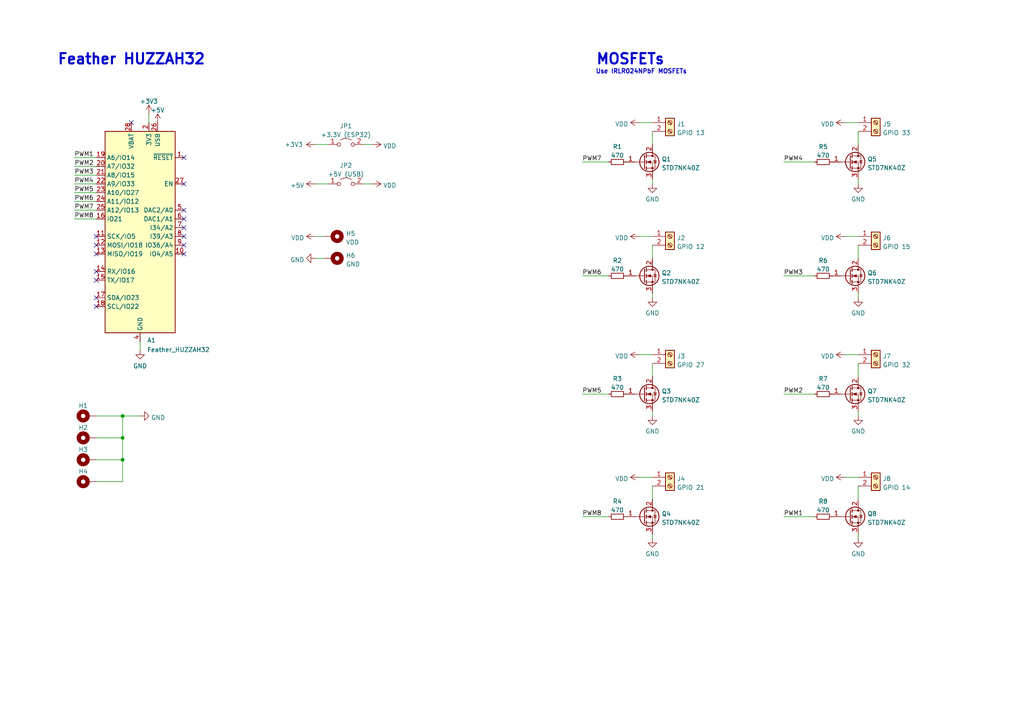
<source format=kicad_sch>
(kicad_sch (version 20211123) (generator eeschema)

  (uuid 3c53ba54-f6a7-4939-8a51-97b70f82972d)

  (paper "A4")

  (title_block
    (title "MOSFEaTher")
    (date "2022-03-05")
    (rev "01")
    (comment 1 "Author: Martin Weigel")
    (comment 4 "MOSFET shield for the Adafruit HUZZAH32 (ESP32 Feather)")
  )

  (lib_symbols
    (symbol "Connector:Screw_Terminal_01x02" (pin_names (offset 1.016) hide) (in_bom yes) (on_board yes)
      (property "Reference" "J" (id 0) (at 0 2.54 0)
        (effects (font (size 1.27 1.27)))
      )
      (property "Value" "Screw_Terminal_01x02" (id 1) (at 0 -5.08 0)
        (effects (font (size 1.27 1.27)))
      )
      (property "Footprint" "" (id 2) (at 0 0 0)
        (effects (font (size 1.27 1.27)) hide)
      )
      (property "Datasheet" "~" (id 3) (at 0 0 0)
        (effects (font (size 1.27 1.27)) hide)
      )
      (property "ki_keywords" "screw terminal" (id 4) (at 0 0 0)
        (effects (font (size 1.27 1.27)) hide)
      )
      (property "ki_description" "Generic screw terminal, single row, 01x02, script generated (kicad-library-utils/schlib/autogen/connector/)" (id 5) (at 0 0 0)
        (effects (font (size 1.27 1.27)) hide)
      )
      (property "ki_fp_filters" "TerminalBlock*:*" (id 6) (at 0 0 0)
        (effects (font (size 1.27 1.27)) hide)
      )
      (symbol "Screw_Terminal_01x02_1_1"
        (rectangle (start -1.27 1.27) (end 1.27 -3.81)
          (stroke (width 0.254) (type default) (color 0 0 0 0))
          (fill (type background))
        )
        (circle (center 0 -2.54) (radius 0.635)
          (stroke (width 0.1524) (type default) (color 0 0 0 0))
          (fill (type none))
        )
        (polyline
          (pts
            (xy -0.5334 -2.2098)
            (xy 0.3302 -3.048)
          )
          (stroke (width 0.1524) (type default) (color 0 0 0 0))
          (fill (type none))
        )
        (polyline
          (pts
            (xy -0.5334 0.3302)
            (xy 0.3302 -0.508)
          )
          (stroke (width 0.1524) (type default) (color 0 0 0 0))
          (fill (type none))
        )
        (polyline
          (pts
            (xy -0.3556 -2.032)
            (xy 0.508 -2.8702)
          )
          (stroke (width 0.1524) (type default) (color 0 0 0 0))
          (fill (type none))
        )
        (polyline
          (pts
            (xy -0.3556 0.508)
            (xy 0.508 -0.3302)
          )
          (stroke (width 0.1524) (type default) (color 0 0 0 0))
          (fill (type none))
        )
        (circle (center 0 0) (radius 0.635)
          (stroke (width 0.1524) (type default) (color 0 0 0 0))
          (fill (type none))
        )
        (pin passive line (at -5.08 0 0) (length 3.81)
          (name "Pin_1" (effects (font (size 1.27 1.27))))
          (number "1" (effects (font (size 1.27 1.27))))
        )
        (pin passive line (at -5.08 -2.54 0) (length 3.81)
          (name "Pin_2" (effects (font (size 1.27 1.27))))
          (number "2" (effects (font (size 1.27 1.27))))
        )
      )
    )
    (symbol "Device:R_Small" (pin_numbers hide) (pin_names (offset 0.254) hide) (in_bom yes) (on_board yes)
      (property "Reference" "R" (id 0) (at 0.762 0.508 0)
        (effects (font (size 1.27 1.27)) (justify left))
      )
      (property "Value" "R_Small" (id 1) (at 0.762 -1.016 0)
        (effects (font (size 1.27 1.27)) (justify left))
      )
      (property "Footprint" "" (id 2) (at 0 0 0)
        (effects (font (size 1.27 1.27)) hide)
      )
      (property "Datasheet" "~" (id 3) (at 0 0 0)
        (effects (font (size 1.27 1.27)) hide)
      )
      (property "ki_keywords" "R resistor" (id 4) (at 0 0 0)
        (effects (font (size 1.27 1.27)) hide)
      )
      (property "ki_description" "Resistor, small symbol" (id 5) (at 0 0 0)
        (effects (font (size 1.27 1.27)) hide)
      )
      (property "ki_fp_filters" "R_*" (id 6) (at 0 0 0)
        (effects (font (size 1.27 1.27)) hide)
      )
      (symbol "R_Small_0_1"
        (rectangle (start -0.762 1.778) (end 0.762 -1.778)
          (stroke (width 0.2032) (type default) (color 0 0 0 0))
          (fill (type none))
        )
      )
      (symbol "R_Small_1_1"
        (pin passive line (at 0 2.54 270) (length 0.762)
          (name "~" (effects (font (size 1.27 1.27))))
          (number "1" (effects (font (size 1.27 1.27))))
        )
        (pin passive line (at 0 -2.54 90) (length 0.762)
          (name "~" (effects (font (size 1.27 1.27))))
          (number "2" (effects (font (size 1.27 1.27))))
        )
      )
    )
    (symbol "Jumper:Jumper_2_Open" (pin_names (offset 0) hide) (in_bom yes) (on_board yes)
      (property "Reference" "JP" (id 0) (at 0 2.794 0)
        (effects (font (size 1.27 1.27)))
      )
      (property "Value" "Jumper_2_Open" (id 1) (at 0 -2.286 0)
        (effects (font (size 1.27 1.27)))
      )
      (property "Footprint" "" (id 2) (at 0 0 0)
        (effects (font (size 1.27 1.27)) hide)
      )
      (property "Datasheet" "~" (id 3) (at 0 0 0)
        (effects (font (size 1.27 1.27)) hide)
      )
      (property "ki_keywords" "Jumper SPST" (id 4) (at 0 0 0)
        (effects (font (size 1.27 1.27)) hide)
      )
      (property "ki_description" "Jumper, 2-pole, open" (id 5) (at 0 0 0)
        (effects (font (size 1.27 1.27)) hide)
      )
      (property "ki_fp_filters" "Jumper* TestPoint*2Pads* TestPoint*Bridge*" (id 6) (at 0 0 0)
        (effects (font (size 1.27 1.27)) hide)
      )
      (symbol "Jumper_2_Open_0_0"
        (circle (center -2.032 0) (radius 0.508)
          (stroke (width 0) (type default) (color 0 0 0 0))
          (fill (type none))
        )
        (circle (center 2.032 0) (radius 0.508)
          (stroke (width 0) (type default) (color 0 0 0 0))
          (fill (type none))
        )
      )
      (symbol "Jumper_2_Open_0_1"
        (arc (start 1.524 1.27) (mid 0 1.778) (end -1.524 1.27)
          (stroke (width 0) (type default) (color 0 0 0 0))
          (fill (type none))
        )
      )
      (symbol "Jumper_2_Open_1_1"
        (pin passive line (at -5.08 0 0) (length 2.54)
          (name "A" (effects (font (size 1.27 1.27))))
          (number "1" (effects (font (size 1.27 1.27))))
        )
        (pin passive line (at 5.08 0 180) (length 2.54)
          (name "B" (effects (font (size 1.27 1.27))))
          (number "2" (effects (font (size 1.27 1.27))))
        )
      )
    )
    (symbol "MCU_Module:Adafruit_Feather_HUZZAH32_ESP32" (in_bom yes) (on_board yes)
      (property "Reference" "A" (id 0) (at -10.16 29.21 0)
        (effects (font (size 1.27 1.27)) (justify left))
      )
      (property "Value" "Adafruit_Feather_HUZZAH32_ESP32" (id 1) (at 2.54 -31.75 0)
        (effects (font (size 1.27 1.27)) (justify left))
      )
      (property "Footprint" "Module:Adafruit_Feather" (id 2) (at 2.54 -34.29 0)
        (effects (font (size 1.27 1.27)) (justify left) hide)
      )
      (property "Datasheet" "https://cdn-learn.adafruit.com/downloads/pdf/adafruit-huzzah32-esp32-feather.pdf" (id 3) (at 0 -30.48 0)
        (effects (font (size 1.27 1.27)) hide)
      )
      (property "ki_keywords" "Adafruit feather microcontroller module USB" (id 4) (at 0 0 0)
        (effects (font (size 1.27 1.27)) hide)
      )
      (property "ki_description" "Microcontroller module with ESP32 MCU" (id 5) (at 0 0 0)
        (effects (font (size 1.27 1.27)) hide)
      )
      (property "ki_fp_filters" "Adafruit*Feather*" (id 6) (at 0 0 0)
        (effects (font (size 1.27 1.27)) hide)
      )
      (symbol "Adafruit_Feather_HUZZAH32_ESP32_0_1"
        (rectangle (start -10.16 27.94) (end 10.16 -30.48)
          (stroke (width 0.254) (type default) (color 0 0 0 0))
          (fill (type background))
        )
      )
      (symbol "Adafruit_Feather_HUZZAH32_ESP32_1_1"
        (pin input line (at 12.7 20.32 180) (length 2.54)
          (name "~{RESET}" (effects (font (size 1.27 1.27))))
          (number "1" (effects (font (size 1.27 1.27))))
        )
        (pin bidirectional line (at 12.7 -7.62 180) (length 2.54)
          (name "IO4/A5" (effects (font (size 1.27 1.27))))
          (number "10" (effects (font (size 1.27 1.27))))
        )
        (pin bidirectional line (at -12.7 -2.54 0) (length 2.54)
          (name "SCK/IO5" (effects (font (size 1.27 1.27))))
          (number "11" (effects (font (size 1.27 1.27))))
        )
        (pin bidirectional line (at -12.7 -5.08 0) (length 2.54)
          (name "MOSI/IO18" (effects (font (size 1.27 1.27))))
          (number "12" (effects (font (size 1.27 1.27))))
        )
        (pin bidirectional line (at -12.7 -7.62 0) (length 2.54)
          (name "MISO/IO19" (effects (font (size 1.27 1.27))))
          (number "13" (effects (font (size 1.27 1.27))))
        )
        (pin bidirectional line (at -12.7 -12.7 0) (length 2.54)
          (name "RX/IO16" (effects (font (size 1.27 1.27))))
          (number "14" (effects (font (size 1.27 1.27))))
        )
        (pin bidirectional line (at -12.7 -15.24 0) (length 2.54)
          (name "TX/IO17" (effects (font (size 1.27 1.27))))
          (number "15" (effects (font (size 1.27 1.27))))
        )
        (pin bidirectional line (at -12.7 2.54 0) (length 2.54)
          (name "IO21" (effects (font (size 1.27 1.27))))
          (number "16" (effects (font (size 1.27 1.27))))
        )
        (pin bidirectional line (at -12.7 -20.32 0) (length 2.54)
          (name "SDA/IO23" (effects (font (size 1.27 1.27))))
          (number "17" (effects (font (size 1.27 1.27))))
        )
        (pin bidirectional line (at -12.7 -22.86 0) (length 2.54)
          (name "SCL/IO22" (effects (font (size 1.27 1.27))))
          (number "18" (effects (font (size 1.27 1.27))))
        )
        (pin bidirectional line (at -12.7 20.32 0) (length 2.54)
          (name "A6/IO14" (effects (font (size 1.27 1.27))))
          (number "19" (effects (font (size 1.27 1.27))))
        )
        (pin power_in line (at 2.54 30.48 270) (length 2.54)
          (name "3V3" (effects (font (size 1.27 1.27))))
          (number "2" (effects (font (size 1.27 1.27))))
        )
        (pin bidirectional line (at -12.7 17.78 0) (length 2.54)
          (name "A7/IO32" (effects (font (size 1.27 1.27))))
          (number "20" (effects (font (size 1.27 1.27))))
        )
        (pin bidirectional line (at -12.7 15.24 0) (length 2.54)
          (name "A8/IO15" (effects (font (size 1.27 1.27))))
          (number "21" (effects (font (size 1.27 1.27))))
        )
        (pin bidirectional line (at -12.7 12.7 0) (length 2.54)
          (name "A9/IO33" (effects (font (size 1.27 1.27))))
          (number "22" (effects (font (size 1.27 1.27))))
        )
        (pin bidirectional line (at -12.7 10.16 0) (length 2.54)
          (name "A10/IO27" (effects (font (size 1.27 1.27))))
          (number "23" (effects (font (size 1.27 1.27))))
        )
        (pin bidirectional line (at -12.7 7.62 0) (length 2.54)
          (name "A11/IO12" (effects (font (size 1.27 1.27))))
          (number "24" (effects (font (size 1.27 1.27))))
        )
        (pin bidirectional line (at -12.7 5.08 0) (length 2.54)
          (name "A12/IO13" (effects (font (size 1.27 1.27))))
          (number "25" (effects (font (size 1.27 1.27))))
        )
        (pin power_in line (at 5.08 30.48 270) (length 2.54)
          (name "USB" (effects (font (size 1.27 1.27))))
          (number "26" (effects (font (size 1.27 1.27))))
        )
        (pin input line (at 12.7 12.7 180) (length 2.54)
          (name "EN" (effects (font (size 1.27 1.27))))
          (number "27" (effects (font (size 1.27 1.27))))
        )
        (pin power_in line (at -2.54 30.48 270) (length 2.54)
          (name "VBAT" (effects (font (size 1.27 1.27))))
          (number "28" (effects (font (size 1.27 1.27))))
        )
        (pin no_connect line (at 10.16 10.16 180) (length 2.54) hide
          (name "NC" (effects (font (size 1.27 1.27))))
          (number "3" (effects (font (size 1.27 1.27))))
        )
        (pin power_in line (at 0 -33.02 90) (length 2.54)
          (name "GND" (effects (font (size 1.27 1.27))))
          (number "4" (effects (font (size 1.27 1.27))))
        )
        (pin bidirectional line (at 12.7 5.08 180) (length 2.54)
          (name "DAC2/A0" (effects (font (size 1.27 1.27))))
          (number "5" (effects (font (size 1.27 1.27))))
        )
        (pin bidirectional line (at 12.7 2.54 180) (length 2.54)
          (name "DAC1/A1" (effects (font (size 1.27 1.27))))
          (number "6" (effects (font (size 1.27 1.27))))
        )
        (pin bidirectional line (at 12.7 0 180) (length 2.54)
          (name "I34/A2" (effects (font (size 1.27 1.27))))
          (number "7" (effects (font (size 1.27 1.27))))
        )
        (pin bidirectional line (at 12.7 -2.54 180) (length 2.54)
          (name "I39/A3" (effects (font (size 1.27 1.27))))
          (number "8" (effects (font (size 1.27 1.27))))
        )
        (pin bidirectional line (at 12.7 -5.08 180) (length 2.54)
          (name "IO36/A4" (effects (font (size 1.27 1.27))))
          (number "9" (effects (font (size 1.27 1.27))))
        )
      )
    )
    (symbol "Mechanical:MountingHole_Pad" (pin_numbers hide) (pin_names (offset 1.016) hide) (in_bom yes) (on_board yes)
      (property "Reference" "H" (id 0) (at 0 6.35 0)
        (effects (font (size 1.27 1.27)))
      )
      (property "Value" "MountingHole_Pad" (id 1) (at 0 4.445 0)
        (effects (font (size 1.27 1.27)))
      )
      (property "Footprint" "" (id 2) (at 0 0 0)
        (effects (font (size 1.27 1.27)) hide)
      )
      (property "Datasheet" "~" (id 3) (at 0 0 0)
        (effects (font (size 1.27 1.27)) hide)
      )
      (property "ki_keywords" "mounting hole" (id 4) (at 0 0 0)
        (effects (font (size 1.27 1.27)) hide)
      )
      (property "ki_description" "Mounting Hole with connection" (id 5) (at 0 0 0)
        (effects (font (size 1.27 1.27)) hide)
      )
      (property "ki_fp_filters" "MountingHole*Pad*" (id 6) (at 0 0 0)
        (effects (font (size 1.27 1.27)) hide)
      )
      (symbol "MountingHole_Pad_0_1"
        (circle (center 0 1.27) (radius 1.27)
          (stroke (width 1.27) (type default) (color 0 0 0 0))
          (fill (type none))
        )
      )
      (symbol "MountingHole_Pad_1_1"
        (pin input line (at 0 -2.54 90) (length 2.54)
          (name "1" (effects (font (size 1.27 1.27))))
          (number "1" (effects (font (size 1.27 1.27))))
        )
      )
    )
    (symbol "Transistor_FET:STD7NK40Z" (pin_names hide) (in_bom yes) (on_board yes)
      (property "Reference" "Q" (id 0) (at 5.08 1.905 0)
        (effects (font (size 1.27 1.27)) (justify left))
      )
      (property "Value" "STD7NK40Z" (id 1) (at 5.08 0 0)
        (effects (font (size 1.27 1.27)) (justify left))
      )
      (property "Footprint" "Package_TO_SOT_SMD:TO-252-2" (id 2) (at 5.08 -1.905 0)
        (effects (font (size 1.27 1.27) italic) (justify left) hide)
      )
      (property "Datasheet" "https://www.st.com/resource/en/datasheet/std7nk40zt4.pdf" (id 3) (at 0 0 0)
        (effects (font (size 1.27 1.27)) (justify left) hide)
      )
      (property "ki_keywords" "N-Channel MOSFET" (id 4) (at 0 0 0)
        (effects (font (size 1.27 1.27)) hide)
      )
      (property "ki_description" "5.4A Id, 400V Vds, N-Channel MOSFET, 1Ohm Ron, DPAK" (id 5) (at 0 0 0)
        (effects (font (size 1.27 1.27)) hide)
      )
      (property "ki_fp_filters" "TO?252*" (id 6) (at 0 0 0)
        (effects (font (size 1.27 1.27)) hide)
      )
      (symbol "STD7NK40Z_0_1"
        (polyline
          (pts
            (xy 0.254 0)
            (xy -2.54 0)
          )
          (stroke (width 0) (type default) (color 0 0 0 0))
          (fill (type none))
        )
        (polyline
          (pts
            (xy 0.254 1.905)
            (xy 0.254 -1.905)
          )
          (stroke (width 0.254) (type default) (color 0 0 0 0))
          (fill (type none))
        )
        (polyline
          (pts
            (xy 0.762 -1.27)
            (xy 0.762 -2.286)
          )
          (stroke (width 0.254) (type default) (color 0 0 0 0))
          (fill (type none))
        )
        (polyline
          (pts
            (xy 0.762 0.508)
            (xy 0.762 -0.508)
          )
          (stroke (width 0.254) (type default) (color 0 0 0 0))
          (fill (type none))
        )
        (polyline
          (pts
            (xy 0.762 2.286)
            (xy 0.762 1.27)
          )
          (stroke (width 0.254) (type default) (color 0 0 0 0))
          (fill (type none))
        )
        (polyline
          (pts
            (xy 2.54 2.54)
            (xy 2.54 1.778)
          )
          (stroke (width 0) (type default) (color 0 0 0 0))
          (fill (type none))
        )
        (polyline
          (pts
            (xy 2.54 -2.54)
            (xy 2.54 0)
            (xy 0.762 0)
          )
          (stroke (width 0) (type default) (color 0 0 0 0))
          (fill (type none))
        )
        (polyline
          (pts
            (xy 0.762 -1.778)
            (xy 3.302 -1.778)
            (xy 3.302 1.778)
            (xy 0.762 1.778)
          )
          (stroke (width 0) (type default) (color 0 0 0 0))
          (fill (type none))
        )
        (polyline
          (pts
            (xy 1.016 0)
            (xy 2.032 0.381)
            (xy 2.032 -0.381)
            (xy 1.016 0)
          )
          (stroke (width 0) (type default) (color 0 0 0 0))
          (fill (type outline))
        )
        (polyline
          (pts
            (xy 2.794 0.508)
            (xy 2.921 0.381)
            (xy 3.683 0.381)
            (xy 3.81 0.254)
          )
          (stroke (width 0) (type default) (color 0 0 0 0))
          (fill (type none))
        )
        (polyline
          (pts
            (xy 3.302 0.381)
            (xy 2.921 -0.254)
            (xy 3.683 -0.254)
            (xy 3.302 0.381)
          )
          (stroke (width 0) (type default) (color 0 0 0 0))
          (fill (type none))
        )
        (circle (center 1.651 0) (radius 2.794)
          (stroke (width 0.254) (type default) (color 0 0 0 0))
          (fill (type none))
        )
        (circle (center 2.54 -1.778) (radius 0.254)
          (stroke (width 0) (type default) (color 0 0 0 0))
          (fill (type outline))
        )
        (circle (center 2.54 1.778) (radius 0.254)
          (stroke (width 0) (type default) (color 0 0 0 0))
          (fill (type outline))
        )
      )
      (symbol "STD7NK40Z_1_1"
        (pin passive line (at -5.08 0 0) (length 2.54)
          (name "G" (effects (font (size 1.27 1.27))))
          (number "1" (effects (font (size 1.27 1.27))))
        )
        (pin passive line (at 2.54 5.08 270) (length 2.54)
          (name "D" (effects (font (size 1.27 1.27))))
          (number "2" (effects (font (size 1.27 1.27))))
        )
        (pin passive line (at 2.54 -5.08 90) (length 2.54)
          (name "S" (effects (font (size 1.27 1.27))))
          (number "3" (effects (font (size 1.27 1.27))))
        )
      )
    )
    (symbol "power:+3.3V" (power) (pin_names (offset 0)) (in_bom yes) (on_board yes)
      (property "Reference" "#PWR" (id 0) (at 0 -3.81 0)
        (effects (font (size 1.27 1.27)) hide)
      )
      (property "Value" "+3.3V" (id 1) (at 0 3.556 0)
        (effects (font (size 1.27 1.27)))
      )
      (property "Footprint" "" (id 2) (at 0 0 0)
        (effects (font (size 1.27 1.27)) hide)
      )
      (property "Datasheet" "" (id 3) (at 0 0 0)
        (effects (font (size 1.27 1.27)) hide)
      )
      (property "ki_keywords" "power-flag" (id 4) (at 0 0 0)
        (effects (font (size 1.27 1.27)) hide)
      )
      (property "ki_description" "Power symbol creates a global label with name \"+3.3V\"" (id 5) (at 0 0 0)
        (effects (font (size 1.27 1.27)) hide)
      )
      (symbol "+3.3V_0_1"
        (polyline
          (pts
            (xy -0.762 1.27)
            (xy 0 2.54)
          )
          (stroke (width 0) (type default) (color 0 0 0 0))
          (fill (type none))
        )
        (polyline
          (pts
            (xy 0 0)
            (xy 0 2.54)
          )
          (stroke (width 0) (type default) (color 0 0 0 0))
          (fill (type none))
        )
        (polyline
          (pts
            (xy 0 2.54)
            (xy 0.762 1.27)
          )
          (stroke (width 0) (type default) (color 0 0 0 0))
          (fill (type none))
        )
      )
      (symbol "+3.3V_1_1"
        (pin power_in line (at 0 0 90) (length 0) hide
          (name "+3V3" (effects (font (size 1.27 1.27))))
          (number "1" (effects (font (size 1.27 1.27))))
        )
      )
    )
    (symbol "power:+5V" (power) (pin_names (offset 0)) (in_bom yes) (on_board yes)
      (property "Reference" "#PWR" (id 0) (at 0 -3.81 0)
        (effects (font (size 1.27 1.27)) hide)
      )
      (property "Value" "+5V" (id 1) (at 0 3.556 0)
        (effects (font (size 1.27 1.27)))
      )
      (property "Footprint" "" (id 2) (at 0 0 0)
        (effects (font (size 1.27 1.27)) hide)
      )
      (property "Datasheet" "" (id 3) (at 0 0 0)
        (effects (font (size 1.27 1.27)) hide)
      )
      (property "ki_keywords" "power-flag" (id 4) (at 0 0 0)
        (effects (font (size 1.27 1.27)) hide)
      )
      (property "ki_description" "Power symbol creates a global label with name \"+5V\"" (id 5) (at 0 0 0)
        (effects (font (size 1.27 1.27)) hide)
      )
      (symbol "+5V_0_1"
        (polyline
          (pts
            (xy -0.762 1.27)
            (xy 0 2.54)
          )
          (stroke (width 0) (type default) (color 0 0 0 0))
          (fill (type none))
        )
        (polyline
          (pts
            (xy 0 0)
            (xy 0 2.54)
          )
          (stroke (width 0) (type default) (color 0 0 0 0))
          (fill (type none))
        )
        (polyline
          (pts
            (xy 0 2.54)
            (xy 0.762 1.27)
          )
          (stroke (width 0) (type default) (color 0 0 0 0))
          (fill (type none))
        )
      )
      (symbol "+5V_1_1"
        (pin power_in line (at 0 0 90) (length 0) hide
          (name "+5V" (effects (font (size 1.27 1.27))))
          (number "1" (effects (font (size 1.27 1.27))))
        )
      )
    )
    (symbol "power:GND" (power) (pin_names (offset 0)) (in_bom yes) (on_board yes)
      (property "Reference" "#PWR" (id 0) (at 0 -6.35 0)
        (effects (font (size 1.27 1.27)) hide)
      )
      (property "Value" "GND" (id 1) (at 0 -3.81 0)
        (effects (font (size 1.27 1.27)))
      )
      (property "Footprint" "" (id 2) (at 0 0 0)
        (effects (font (size 1.27 1.27)) hide)
      )
      (property "Datasheet" "" (id 3) (at 0 0 0)
        (effects (font (size 1.27 1.27)) hide)
      )
      (property "ki_keywords" "power-flag" (id 4) (at 0 0 0)
        (effects (font (size 1.27 1.27)) hide)
      )
      (property "ki_description" "Power symbol creates a global label with name \"GND\" , ground" (id 5) (at 0 0 0)
        (effects (font (size 1.27 1.27)) hide)
      )
      (symbol "GND_0_1"
        (polyline
          (pts
            (xy 0 0)
            (xy 0 -1.27)
            (xy 1.27 -1.27)
            (xy 0 -2.54)
            (xy -1.27 -1.27)
            (xy 0 -1.27)
          )
          (stroke (width 0) (type default) (color 0 0 0 0))
          (fill (type none))
        )
      )
      (symbol "GND_1_1"
        (pin power_in line (at 0 0 270) (length 0) hide
          (name "GND" (effects (font (size 1.27 1.27))))
          (number "1" (effects (font (size 1.27 1.27))))
        )
      )
    )
    (symbol "power:VDD" (power) (pin_names (offset 0)) (in_bom yes) (on_board yes)
      (property "Reference" "#PWR" (id 0) (at 0 -3.81 0)
        (effects (font (size 1.27 1.27)) hide)
      )
      (property "Value" "VDD" (id 1) (at 0 3.81 0)
        (effects (font (size 1.27 1.27)))
      )
      (property "Footprint" "" (id 2) (at 0 0 0)
        (effects (font (size 1.27 1.27)) hide)
      )
      (property "Datasheet" "" (id 3) (at 0 0 0)
        (effects (font (size 1.27 1.27)) hide)
      )
      (property "ki_keywords" "power-flag" (id 4) (at 0 0 0)
        (effects (font (size 1.27 1.27)) hide)
      )
      (property "ki_description" "Power symbol creates a global label with name \"VDD\"" (id 5) (at 0 0 0)
        (effects (font (size 1.27 1.27)) hide)
      )
      (symbol "VDD_0_1"
        (polyline
          (pts
            (xy -0.762 1.27)
            (xy 0 2.54)
          )
          (stroke (width 0) (type default) (color 0 0 0 0))
          (fill (type none))
        )
        (polyline
          (pts
            (xy 0 0)
            (xy 0 2.54)
          )
          (stroke (width 0) (type default) (color 0 0 0 0))
          (fill (type none))
        )
        (polyline
          (pts
            (xy 0 2.54)
            (xy 0.762 1.27)
          )
          (stroke (width 0) (type default) (color 0 0 0 0))
          (fill (type none))
        )
      )
      (symbol "VDD_1_1"
        (pin power_in line (at 0 0 90) (length 0) hide
          (name "VDD" (effects (font (size 1.27 1.27))))
          (number "1" (effects (font (size 1.27 1.27))))
        )
      )
    )
  )

  (junction (at 35.56 133.35) (diameter 0) (color 0 0 0 0)
    (uuid 5533ec3c-5c24-4ddc-8c12-a9a180006a94)
  )
  (junction (at 35.56 120.65) (diameter 0) (color 0 0 0 0)
    (uuid 5d460dfb-f3e8-43e3-a8e5-00775db35f41)
  )
  (junction (at 35.56 127) (diameter 0) (color 0 0 0 0)
    (uuid 8fabbb6c-8e36-49ab-a1b1-2b33b8a9db23)
  )

  (no_connect (at 27.94 86.36) (uuid 03edf339-cf28-467d-a9c2-81a82bad2603))
  (no_connect (at 27.94 88.9) (uuid 03edf339-cf28-467d-a9c2-81a82bad2604))
  (no_connect (at 53.34 53.34) (uuid 0812604d-0d91-4d6b-90e2-a12b1ddebce3))
  (no_connect (at 27.94 71.12) (uuid 13b73c55-c83e-4c68-83f7-6c281d38090c))
  (no_connect (at 27.94 73.66) (uuid 13b73c55-c83e-4c68-83f7-6c281d38090d))
  (no_connect (at 27.94 78.74) (uuid 13b73c55-c83e-4c68-83f7-6c281d38090e))
  (no_connect (at 27.94 81.28) (uuid 13b73c55-c83e-4c68-83f7-6c281d38090f))
  (no_connect (at 27.94 68.58) (uuid 13b73c55-c83e-4c68-83f7-6c281d380910))
  (no_connect (at 53.34 73.66) (uuid 4d6cc6ea-3cc1-4079-9fe3-a82460acbf1d))
  (no_connect (at 53.34 66.04) (uuid 4d6cc6ea-3cc1-4079-9fe3-a82460acbf1e))
  (no_connect (at 53.34 68.58) (uuid 4d6cc6ea-3cc1-4079-9fe3-a82460acbf1f))
  (no_connect (at 53.34 71.12) (uuid 4d6cc6ea-3cc1-4079-9fe3-a82460acbf20))
  (no_connect (at 53.34 45.72) (uuid 6cded41c-a89e-4ff9-9dec-e03e47d7ff87))
  (no_connect (at 53.34 60.96) (uuid af4e6605-8b16-4fa0-8bb6-50a53dcdb1ef))
  (no_connect (at 53.34 63.5) (uuid af4e6605-8b16-4fa0-8bb6-50a53dcdb1f0))
  (no_connect (at 38.1 35.56) (uuid ee0c4c2d-8567-49b1-8ef3-df5088ca4489))

  (wire (pts (xy 21.59 50.8) (xy 27.94 50.8))
    (stroke (width 0) (type default) (color 0 0 0 0))
    (uuid 060cf6a5-b799-4932-980a-2580ce5855c7)
  )
  (wire (pts (xy 35.56 120.65) (xy 35.56 127))
    (stroke (width 0) (type default) (color 0 0 0 0))
    (uuid 0a7be626-daea-43f9-aace-0340b7551fff)
  )
  (wire (pts (xy 40.64 99.06) (xy 40.64 101.6))
    (stroke (width 0) (type default) (color 0 0 0 0))
    (uuid 0b896521-1275-45e7-98bf-bfd2bb42b541)
  )
  (wire (pts (xy 245.11 35.56) (xy 248.92 35.56))
    (stroke (width 0) (type default) (color 0 0 0 0))
    (uuid 0c867944-6036-4cc8-9fe3-09b18a226afa)
  )
  (wire (pts (xy 248.92 119.38) (xy 248.92 120.65))
    (stroke (width 0) (type default) (color 0 0 0 0))
    (uuid 28eabaf8-3304-47f7-abe1-7a1f63115562)
  )
  (wire (pts (xy 248.92 85.09) (xy 248.92 86.36))
    (stroke (width 0) (type default) (color 0 0 0 0))
    (uuid 2d4f6423-91a6-4649-933b-b75770cad269)
  )
  (wire (pts (xy 168.91 149.86) (xy 176.53 149.86))
    (stroke (width 0) (type default) (color 0 0 0 0))
    (uuid 326a618a-8f83-456e-b677-fac09f3c9ce2)
  )
  (wire (pts (xy 227.33 114.3) (xy 236.22 114.3))
    (stroke (width 0) (type default) (color 0 0 0 0))
    (uuid 3adc6075-9844-4cc7-a69d-ae7374d77fe5)
  )
  (wire (pts (xy 91.44 74.93) (xy 93.98 74.93))
    (stroke (width 0) (type default) (color 0 0 0 0))
    (uuid 3e968aff-f5d5-4576-ba27-ef959838d37b)
  )
  (wire (pts (xy 21.59 63.5) (xy 27.94 63.5))
    (stroke (width 0) (type default) (color 0 0 0 0))
    (uuid 3f74a544-e7c7-408f-9b5e-ab9c8d3f2336)
  )
  (wire (pts (xy 248.92 52.07) (xy 248.92 53.34))
    (stroke (width 0) (type default) (color 0 0 0 0))
    (uuid 480aae5e-5367-42b0-86d7-3738a8278d62)
  )
  (wire (pts (xy 27.94 120.65) (xy 35.56 120.65))
    (stroke (width 0) (type default) (color 0 0 0 0))
    (uuid 4e611060-ecb5-4394-9934-8e651f81f5e1)
  )
  (wire (pts (xy 27.94 133.35) (xy 35.56 133.35))
    (stroke (width 0) (type default) (color 0 0 0 0))
    (uuid 54f2ef38-6646-48b1-b525-7f7160f8f321)
  )
  (wire (pts (xy 245.11 68.58) (xy 248.92 68.58))
    (stroke (width 0) (type default) (color 0 0 0 0))
    (uuid 54f2ef38-6646-48b1-b525-7f7160f8f322)
  )
  (wire (pts (xy 105.41 53.34) (xy 107.95 53.34))
    (stroke (width 0) (type default) (color 0 0 0 0))
    (uuid 5540cb42-0f44-4932-bfd9-45da5604810a)
  )
  (wire (pts (xy 227.33 149.86) (xy 236.22 149.86))
    (stroke (width 0) (type default) (color 0 0 0 0))
    (uuid 555653a9-b2be-4b79-97c0-61cfdc9e78e8)
  )
  (wire (pts (xy 185.42 138.43) (xy 189.23 138.43))
    (stroke (width 0) (type default) (color 0 0 0 0))
    (uuid 5f0f3220-b2e7-48cf-99c1-fc2fda14fbf8)
  )
  (wire (pts (xy 227.33 46.99) (xy 236.22 46.99))
    (stroke (width 0) (type default) (color 0 0 0 0))
    (uuid 6179b87d-3f03-4843-b74a-f7ad9e0fdec4)
  )
  (wire (pts (xy 248.92 105.41) (xy 248.92 109.22))
    (stroke (width 0) (type default) (color 0 0 0 0))
    (uuid 7c5a640f-469c-46e6-92c3-e585464dff4e)
  )
  (wire (pts (xy 189.23 154.94) (xy 189.23 156.21))
    (stroke (width 0) (type default) (color 0 0 0 0))
    (uuid 7d3406c4-4b01-44ed-9945-0293a5d6e9c7)
  )
  (wire (pts (xy 91.44 68.58) (xy 93.98 68.58))
    (stroke (width 0) (type default) (color 0 0 0 0))
    (uuid 80170904-896b-4a13-831d-8d79202d9b76)
  )
  (wire (pts (xy 27.94 127) (xy 35.56 127))
    (stroke (width 0) (type default) (color 0 0 0 0))
    (uuid 88c498c9-2e37-4e34-8c4c-0d92496526fb)
  )
  (wire (pts (xy 189.23 71.12) (xy 189.23 74.93))
    (stroke (width 0) (type default) (color 0 0 0 0))
    (uuid 8a5b8da5-ba5a-458c-8beb-21616d5def2c)
  )
  (wire (pts (xy 105.41 41.91) (xy 107.95 41.91))
    (stroke (width 0) (type default) (color 0 0 0 0))
    (uuid 8d73526f-de88-4651-a918-b92901742a32)
  )
  (wire (pts (xy 248.92 140.97) (xy 248.92 144.78))
    (stroke (width 0) (type default) (color 0 0 0 0))
    (uuid 926b9543-d8b5-4be8-8d71-8dea369ecc1e)
  )
  (wire (pts (xy 227.33 80.01) (xy 236.22 80.01))
    (stroke (width 0) (type default) (color 0 0 0 0))
    (uuid 93d80040-ef84-421f-bfe5-b70c610edc74)
  )
  (wire (pts (xy 189.23 140.97) (xy 189.23 144.78))
    (stroke (width 0) (type default) (color 0 0 0 0))
    (uuid 9a286acd-433d-4c75-ba34-9354fe1c4507)
  )
  (wire (pts (xy 168.91 46.99) (xy 176.53 46.99))
    (stroke (width 0) (type default) (color 0 0 0 0))
    (uuid 9a609661-5895-4db4-a600-14bffdacc16e)
  )
  (wire (pts (xy 35.56 127) (xy 35.56 133.35))
    (stroke (width 0) (type default) (color 0 0 0 0))
    (uuid 9d041829-549d-4541-b5ca-42308f7f7c2d)
  )
  (wire (pts (xy 91.44 41.91) (xy 95.25 41.91))
    (stroke (width 0) (type default) (color 0 0 0 0))
    (uuid abb1d33b-cb10-45cc-9191-945865240f92)
  )
  (wire (pts (xy 35.56 120.65) (xy 40.64 120.65))
    (stroke (width 0) (type default) (color 0 0 0 0))
    (uuid bdfaa25a-3b27-4395-9848-543367c03561)
  )
  (wire (pts (xy 245.11 138.43) (xy 248.92 138.43))
    (stroke (width 0) (type default) (color 0 0 0 0))
    (uuid bf747043-438c-47a5-bf0d-005db2d175c7)
  )
  (wire (pts (xy 168.91 80.01) (xy 176.53 80.01))
    (stroke (width 0) (type default) (color 0 0 0 0))
    (uuid bfa6c29d-5e6b-4ddf-8def-4f084db73074)
  )
  (wire (pts (xy 185.42 68.58) (xy 189.23 68.58))
    (stroke (width 0) (type default) (color 0 0 0 0))
    (uuid c1091f2c-62d0-46ef-9c1c-bcb2a9bf0032)
  )
  (wire (pts (xy 189.23 105.41) (xy 189.23 109.22))
    (stroke (width 0) (type default) (color 0 0 0 0))
    (uuid c1411e33-ba15-4e74-85e0-7885c5da612e)
  )
  (wire (pts (xy 189.23 52.07) (xy 189.23 53.34))
    (stroke (width 0) (type default) (color 0 0 0 0))
    (uuid c322abb4-c2c1-40ed-a20d-870118efa4e3)
  )
  (wire (pts (xy 35.56 139.7) (xy 35.56 133.35))
    (stroke (width 0) (type default) (color 0 0 0 0))
    (uuid c82c8bf8-47eb-442e-9d5c-0487e0a667fe)
  )
  (wire (pts (xy 21.59 55.88) (xy 27.94 55.88))
    (stroke (width 0) (type default) (color 0 0 0 0))
    (uuid cad340f2-56ee-4d4b-918f-0bac28a81e26)
  )
  (wire (pts (xy 21.59 53.34) (xy 27.94 53.34))
    (stroke (width 0) (type default) (color 0 0 0 0))
    (uuid d263537e-9315-4ee6-b777-69712d146827)
  )
  (wire (pts (xy 27.94 139.7) (xy 35.56 139.7))
    (stroke (width 0) (type default) (color 0 0 0 0))
    (uuid d2733ef0-45ba-42f8-b732-aa16695fb6ef)
  )
  (wire (pts (xy 91.44 53.34) (xy 95.25 53.34))
    (stroke (width 0) (type default) (color 0 0 0 0))
    (uuid d3805c0a-00f1-44b1-93cf-7bb5b564c01d)
  )
  (wire (pts (xy 189.23 85.09) (xy 189.23 86.36))
    (stroke (width 0) (type default) (color 0 0 0 0))
    (uuid d40fbf7f-5ec5-4518-809d-d92cf32ab6e7)
  )
  (wire (pts (xy 43.18 33.02) (xy 43.18 35.56))
    (stroke (width 0) (type default) (color 0 0 0 0))
    (uuid d54694af-377a-4c5b-b9f1-a81db185e7bb)
  )
  (wire (pts (xy 185.42 35.56) (xy 189.23 35.56))
    (stroke (width 0) (type default) (color 0 0 0 0))
    (uuid d65bfe3e-6a02-45b7-84f0-622ebafa1ff3)
  )
  (wire (pts (xy 21.59 45.72) (xy 27.94 45.72))
    (stroke (width 0) (type default) (color 0 0 0 0))
    (uuid d7a2c978-67c2-40e4-b52b-17af9720a58c)
  )
  (wire (pts (xy 248.92 154.94) (xy 248.92 156.21))
    (stroke (width 0) (type default) (color 0 0 0 0))
    (uuid dc03087d-9c39-4292-839e-25b26ce3f401)
  )
  (wire (pts (xy 21.59 60.96) (xy 27.94 60.96))
    (stroke (width 0) (type default) (color 0 0 0 0))
    (uuid e3637f61-e827-4ded-8317-851fa0635f97)
  )
  (wire (pts (xy 189.23 119.38) (xy 189.23 120.65))
    (stroke (width 0) (type default) (color 0 0 0 0))
    (uuid e3cb8945-0d98-4aea-b8a3-928ab351a4c2)
  )
  (wire (pts (xy 245.11 102.87) (xy 248.92 102.87))
    (stroke (width 0) (type default) (color 0 0 0 0))
    (uuid e777ccd4-5410-4f39-9073-73c5d52970b7)
  )
  (wire (pts (xy 248.92 71.12) (xy 248.92 74.93))
    (stroke (width 0) (type default) (color 0 0 0 0))
    (uuid ea1799a6-8f53-43ed-851c-2cf6ed98ed06)
  )
  (wire (pts (xy 21.59 58.42) (xy 27.94 58.42))
    (stroke (width 0) (type default) (color 0 0 0 0))
    (uuid eb86d81b-f15c-4bc6-8eb2-a5151ca8bbbf)
  )
  (wire (pts (xy 248.92 38.1) (xy 248.92 41.91))
    (stroke (width 0) (type default) (color 0 0 0 0))
    (uuid effae84e-bdc0-47f0-bfc4-8d61d4b86b39)
  )
  (wire (pts (xy 189.23 38.1) (xy 189.23 41.91))
    (stroke (width 0) (type default) (color 0 0 0 0))
    (uuid f666cb93-df9b-4b3f-b89c-252f7826f9a8)
  )
  (wire (pts (xy 185.42 102.87) (xy 189.23 102.87))
    (stroke (width 0) (type default) (color 0 0 0 0))
    (uuid f9990fea-6571-4cc7-8d64-6a3e456c3596)
  )
  (wire (pts (xy 21.59 48.26) (xy 27.94 48.26))
    (stroke (width 0) (type default) (color 0 0 0 0))
    (uuid fd31138b-3221-470e-9046-0e87d386ddb5)
  )
  (wire (pts (xy 168.91 114.3) (xy 176.53 114.3))
    (stroke (width 0) (type default) (color 0 0 0 0))
    (uuid feca530a-c6c1-4219-b383-a5f1908d3bf8)
  )

  (text "Feather HUZZAH32" (at 16.51 19.05 0)
    (effects (font (size 3 3) (thickness 0.6) bold) (justify left bottom))
    (uuid 700ce524-7098-405d-ab34-bb2bd42522c3)
  )
  (text "MOSFETs" (at 172.72 19.05 0)
    (effects (font (size 3 3) (thickness 0.6) bold) (justify left bottom))
    (uuid aab73ab3-5328-452b-bee1-1d6b315488a2)
  )
  (text "Use IRLR024NPbF MOSFETs\n" (at 172.72 21.59 0)
    (effects (font (size 1.27 1.27) (thickness 0.254) bold) (justify left bottom))
    (uuid d22bf63c-ec5a-4ecb-8c0c-1a185a556264)
  )

  (label "PWM6" (at 168.91 80.01 0)
    (effects (font (size 1.27 1.27)) (justify left bottom))
    (uuid 08d8f225-a494-4bf9-8e5c-96c44c531b40)
  )
  (label "PWM7" (at 21.59 60.96 0)
    (effects (font (size 1.27 1.27)) (justify left bottom))
    (uuid 0ea70e6c-2b52-441e-97ab-5aad3cdb4099)
  )
  (label "PWM3" (at 227.33 80.01 0)
    (effects (font (size 1.27 1.27)) (justify left bottom))
    (uuid 335fabd5-7015-4dbb-8964-2d1d098c19b8)
  )
  (label "PWM3" (at 21.59 50.8 0)
    (effects (font (size 1.27 1.27)) (justify left bottom))
    (uuid 4100789e-9944-4d63-a2b3-f070c4d0646d)
  )
  (label "PWM6" (at 21.59 58.42 0)
    (effects (font (size 1.27 1.27)) (justify left bottom))
    (uuid 42a91e59-e004-4e89-860a-cedc8fa713cd)
  )
  (label "PWM4" (at 227.33 46.99 0)
    (effects (font (size 1.27 1.27)) (justify left bottom))
    (uuid 43e98e75-6e12-43df-a765-03eed30b44b1)
  )
  (label "PWM1" (at 21.59 45.72 0)
    (effects (font (size 1.27 1.27)) (justify left bottom))
    (uuid 46e3b797-7050-415e-99c4-aa5159dde14a)
  )
  (label "PWM1" (at 227.33 149.86 0)
    (effects (font (size 1.27 1.27)) (justify left bottom))
    (uuid 60c6d961-7185-4558-8fbf-00529dd9373b)
  )
  (label "PWM8" (at 21.59 63.5 0)
    (effects (font (size 1.27 1.27)) (justify left bottom))
    (uuid 674df537-7820-4348-a0d4-72eb6aab2155)
  )
  (label "PWM2" (at 227.33 114.3 0)
    (effects (font (size 1.27 1.27)) (justify left bottom))
    (uuid 7fcb263b-5f52-419a-84d7-3a4194479b4c)
  )
  (label "PWM8" (at 168.91 149.86 0)
    (effects (font (size 1.27 1.27)) (justify left bottom))
    (uuid 901938eb-3045-47f0-8199-2aeeca98a84f)
  )
  (label "PWM7" (at 168.91 46.99 0)
    (effects (font (size 1.27 1.27)) (justify left bottom))
    (uuid dcf470af-f21c-4396-bb07-917e19e49b15)
  )
  (label "PWM5" (at 168.91 114.3 0)
    (effects (font (size 1.27 1.27)) (justify left bottom))
    (uuid e488798d-e32d-4020-9cba-958250c5ad71)
  )
  (label "PWM5" (at 21.59 55.88 0)
    (effects (font (size 1.27 1.27)) (justify left bottom))
    (uuid e7fb44e9-1a3e-4394-ac53-6a1c7a8d905a)
  )
  (label "PWM2" (at 21.59 48.26 0)
    (effects (font (size 1.27 1.27)) (justify left bottom))
    (uuid e83578d8-8465-483b-9818-3c119dfc0d7a)
  )
  (label "PWM4" (at 21.59 53.34 0)
    (effects (font (size 1.27 1.27)) (justify left bottom))
    (uuid f1c89125-dded-49f9-ad08-e9c739db2af4)
  )

  (symbol (lib_id "Device:R_Small") (at 179.07 149.86 90) (unit 1)
    (in_bom yes) (on_board yes) (fields_autoplaced)
    (uuid 01f80648-ea69-4e7a-b059-f145793c76c4)
    (property "Reference" "R4" (id 0) (at 179.07 145.4236 90))
    (property "Value" "470" (id 1) (at 179.07 147.9605 90))
    (property "Footprint" "Resistor_SMD:R_0805_2012Metric_Pad1.20x1.40mm_HandSolder" (id 2) (at 179.07 149.86 0)
      (effects (font (size 1.27 1.27)) hide)
    )
    (property "Datasheet" "~" (id 3) (at 179.07 149.86 0)
      (effects (font (size 1.27 1.27)) hide)
    )
    (pin "1" (uuid 781f73ef-153c-49c4-8450-d94e664e0017))
    (pin "2" (uuid d346f018-8e78-4a97-bf3c-b91adaf64498))
  )

  (symbol (lib_id "Device:R_Small") (at 238.76 80.01 90) (unit 1)
    (in_bom yes) (on_board yes) (fields_autoplaced)
    (uuid 02790233-7221-47b0-9fab-62fc6005c68c)
    (property "Reference" "R6" (id 0) (at 238.76 75.5736 90))
    (property "Value" "470" (id 1) (at 238.76 78.1105 90))
    (property "Footprint" "Resistor_SMD:R_0805_2012Metric_Pad1.20x1.40mm_HandSolder" (id 2) (at 238.76 80.01 0)
      (effects (font (size 1.27 1.27)) hide)
    )
    (property "Datasheet" "~" (id 3) (at 238.76 80.01 0)
      (effects (font (size 1.27 1.27)) hide)
    )
    (pin "1" (uuid 8d16eaa1-edc3-4e00-918f-a9eacba5b35c))
    (pin "2" (uuid a129b977-e2e0-4a9e-96fa-d5b184cefcda))
  )

  (symbol (lib_id "power:+5V") (at 45.72 35.56 0) (mirror y) (unit 1)
    (in_bom yes) (on_board yes) (fields_autoplaced)
    (uuid 070569f3-8118-41a9-ae0d-9ac889645e9d)
    (property "Reference" "#PWR04" (id 0) (at 45.72 39.37 0)
      (effects (font (size 1.27 1.27)) hide)
    )
    (property "Value" "+5V" (id 1) (at 45.72 31.9555 0))
    (property "Footprint" "" (id 2) (at 45.72 35.56 0)
      (effects (font (size 1.27 1.27)) hide)
    )
    (property "Datasheet" "" (id 3) (at 45.72 35.56 0)
      (effects (font (size 1.27 1.27)) hide)
    )
    (pin "1" (uuid f7897c3f-7243-4d0d-9e70-18fde7cd87c1))
  )

  (symbol (lib_id "Transistor_FET:STD7NK40Z") (at 246.38 114.3 0) (unit 1)
    (in_bom yes) (on_board yes) (fields_autoplaced)
    (uuid 0f4d1ce4-07e6-4e7e-ac37-3e265338d0ad)
    (property "Reference" "Q7" (id 0) (at 251.587 113.4653 0)
      (effects (font (size 1.27 1.27)) (justify left))
    )
    (property "Value" "STD7NK40Z" (id 1) (at 251.587 116.0022 0)
      (effects (font (size 1.27 1.27)) (justify left))
    )
    (property "Footprint" "Package_TO_SOT_SMD:TO-252-2" (id 2) (at 251.46 116.205 0)
      (effects (font (size 1.27 1.27) italic) (justify left) hide)
    )
    (property "Datasheet" "https://www.st.com/resource/en/datasheet/std7nk40zt4.pdf" (id 3) (at 246.38 114.3 0)
      (effects (font (size 1.27 1.27)) (justify left) hide)
    )
    (pin "1" (uuid 9b7cc5d9-bd72-4263-982e-50634a65cf58))
    (pin "2" (uuid d2bcf087-2c9f-4f71-aaa6-350ecd7ad092))
    (pin "3" (uuid ce3076c6-19d2-4daf-99fc-9d43d8529486))
  )

  (symbol (lib_id "Connector:Screw_Terminal_01x02") (at 254 102.87 0) (unit 1)
    (in_bom yes) (on_board yes) (fields_autoplaced)
    (uuid 1d8a5f29-2092-46a3-8ad7-875185e9b239)
    (property "Reference" "J7" (id 0) (at 256.032 103.3053 0)
      (effects (font (size 1.27 1.27)) (justify left))
    )
    (property "Value" "GPIO 32" (id 1) (at 256.032 105.8422 0)
      (effects (font (size 1.27 1.27)) (justify left))
    )
    (property "Footprint" "TerminalBlock_Phoenix:TerminalBlock_Phoenix_MPT-0,5-2-2.54_1x02_P2.54mm_Horizontal" (id 2) (at 254 102.87 0)
      (effects (font (size 1.27 1.27)) hide)
    )
    (property "Datasheet" "~" (id 3) (at 254 102.87 0)
      (effects (font (size 1.27 1.27)) hide)
    )
    (pin "1" (uuid 3f38ac07-6279-41d3-9f2a-26e3b2083491))
    (pin "2" (uuid 0e4cf1e8-2082-4d12-b5b7-c2829a7c7eae))
  )

  (symbol (lib_id "Connector:Screw_Terminal_01x02") (at 254 35.56 0) (unit 1)
    (in_bom yes) (on_board yes) (fields_autoplaced)
    (uuid 2438943e-b5a5-4c67-aa76-712886194fd1)
    (property "Reference" "J5" (id 0) (at 256.032 35.9953 0)
      (effects (font (size 1.27 1.27)) (justify left))
    )
    (property "Value" "GPIO 33" (id 1) (at 256.032 38.5322 0)
      (effects (font (size 1.27 1.27)) (justify left))
    )
    (property "Footprint" "TerminalBlock_Phoenix:TerminalBlock_Phoenix_MPT-0,5-2-2.54_1x02_P2.54mm_Horizontal" (id 2) (at 254 35.56 0)
      (effects (font (size 1.27 1.27)) hide)
    )
    (property "Datasheet" "~" (id 3) (at 254 35.56 0)
      (effects (font (size 1.27 1.27)) hide)
    )
    (pin "1" (uuid 460bd70c-a5a8-4c5d-bba1-6cd7480f2efa))
    (pin "2" (uuid faf9cd0d-8513-4d1c-b589-bae79f53dd36))
  )

  (symbol (lib_id "power:GND") (at 248.92 53.34 0) (unit 1)
    (in_bom yes) (on_board yes) (fields_autoplaced)
    (uuid 24f6dfee-5748-4183-8ea5-02ebc33d0658)
    (property "Reference" "#PWR023" (id 0) (at 248.92 59.69 0)
      (effects (font (size 1.27 1.27)) hide)
    )
    (property "Value" "GND" (id 1) (at 248.92 57.7834 0))
    (property "Footprint" "" (id 2) (at 248.92 53.34 0)
      (effects (font (size 1.27 1.27)) hide)
    )
    (property "Datasheet" "" (id 3) (at 248.92 53.34 0)
      (effects (font (size 1.27 1.27)) hide)
    )
    (pin "1" (uuid 00f1a053-856f-42d3-b596-d45819c7bc35))
  )

  (symbol (lib_id "Jumper:Jumper_2_Open") (at 100.33 41.91 0) (unit 1)
    (in_bom yes) (on_board yes) (fields_autoplaced)
    (uuid 2608c939-c0fe-487a-a35a-6083a0a2a108)
    (property "Reference" "JP1" (id 0) (at 100.33 36.5592 0))
    (property "Value" "+3.3V (ESP32)" (id 1) (at 100.33 39.0961 0))
    (property "Footprint" "Connector_PinHeader_2.54mm:PinHeader_1x02_P2.54mm_Vertical" (id 2) (at 100.33 41.91 0)
      (effects (font (size 1.27 1.27)) hide)
    )
    (property "Datasheet" "~" (id 3) (at 100.33 41.91 0)
      (effects (font (size 1.27 1.27)) hide)
    )
    (pin "1" (uuid 7567c5ef-340f-41ab-b611-3629f4440de2))
    (pin "2" (uuid 0cc49dcc-e95b-4fce-a39e-84b3925cd910))
  )

  (symbol (lib_id "Transistor_FET:STD7NK40Z") (at 186.69 46.99 0) (unit 1)
    (in_bom yes) (on_board yes) (fields_autoplaced)
    (uuid 2a72d102-5cc2-46a5-ba1d-7fad5fd13e56)
    (property "Reference" "Q1" (id 0) (at 191.897 46.1553 0)
      (effects (font (size 1.27 1.27)) (justify left))
    )
    (property "Value" "STD7NK40Z" (id 1) (at 191.897 48.6922 0)
      (effects (font (size 1.27 1.27)) (justify left))
    )
    (property "Footprint" "Package_TO_SOT_SMD:TO-252-2" (id 2) (at 191.77 48.895 0)
      (effects (font (size 1.27 1.27) italic) (justify left) hide)
    )
    (property "Datasheet" "https://www.st.com/resource/en/datasheet/std7nk40zt4.pdf" (id 3) (at 186.69 46.99 0)
      (effects (font (size 1.27 1.27)) (justify left) hide)
    )
    (pin "1" (uuid 3ee7a689-2f2e-4360-a004-c97d585b113c))
    (pin "2" (uuid 7ce6fb43-b313-4cd6-8ca1-7bf0a6218a5f))
    (pin "3" (uuid 40500e6d-ba7b-42e8-a4cc-726292b109ab))
  )

  (symbol (lib_id "Connector:Screw_Terminal_01x02") (at 194.31 138.43 0) (unit 1)
    (in_bom yes) (on_board yes) (fields_autoplaced)
    (uuid 32e2065d-303c-44f1-ad96-669cc42eeae7)
    (property "Reference" "J4" (id 0) (at 196.342 138.8653 0)
      (effects (font (size 1.27 1.27)) (justify left))
    )
    (property "Value" "GPIO 21" (id 1) (at 196.342 141.4022 0)
      (effects (font (size 1.27 1.27)) (justify left))
    )
    (property "Footprint" "TerminalBlock_Phoenix:TerminalBlock_Phoenix_MPT-0,5-2-2.54_1x02_P2.54mm_Horizontal" (id 2) (at 194.31 138.43 0)
      (effects (font (size 1.27 1.27)) hide)
    )
    (property "Datasheet" "~" (id 3) (at 194.31 138.43 0)
      (effects (font (size 1.27 1.27)) hide)
    )
    (pin "1" (uuid b59df2f9-8f0f-44dc-b92a-b99793eabbe2))
    (pin "2" (uuid 730b7dbc-0533-4daa-a999-37deb4c214fd))
  )

  (symbol (lib_id "power:GND") (at 40.64 120.65 90) (unit 1)
    (in_bom yes) (on_board yes) (fields_autoplaced)
    (uuid 36581bde-4aad-4752-bd97-b44be452c08b)
    (property "Reference" "#PWR02" (id 0) (at 46.99 120.65 0)
      (effects (font (size 1.27 1.27)) hide)
    )
    (property "Value" "GND" (id 1) (at 43.815 121.129 90)
      (effects (font (size 1.27 1.27)) (justify right))
    )
    (property "Footprint" "" (id 2) (at 40.64 120.65 0)
      (effects (font (size 1.27 1.27)) hide)
    )
    (property "Datasheet" "" (id 3) (at 40.64 120.65 0)
      (effects (font (size 1.27 1.27)) hide)
    )
    (pin "1" (uuid 564ef772-8545-4140-bc87-e76e2152cc57))
  )

  (symbol (lib_id "power:GND") (at 189.23 120.65 0) (unit 1)
    (in_bom yes) (on_board yes) (fields_autoplaced)
    (uuid 3a516ca8-d646-4bc1-bae8-e6ba3d7ed0d7)
    (property "Reference" "#PWR017" (id 0) (at 189.23 127 0)
      (effects (font (size 1.27 1.27)) hide)
    )
    (property "Value" "GND" (id 1) (at 189.23 125.0934 0))
    (property "Footprint" "" (id 2) (at 189.23 120.65 0)
      (effects (font (size 1.27 1.27)) hide)
    )
    (property "Datasheet" "" (id 3) (at 189.23 120.65 0)
      (effects (font (size 1.27 1.27)) hide)
    )
    (pin "1" (uuid f17cc0c0-ae74-427b-8659-e7ef25dbacdd))
  )

  (symbol (lib_id "power:GND") (at 189.23 53.34 0) (unit 1)
    (in_bom yes) (on_board yes) (fields_autoplaced)
    (uuid 3a5ee06b-945b-492c-a56e-3a026dd80211)
    (property "Reference" "#PWR015" (id 0) (at 189.23 59.69 0)
      (effects (font (size 1.27 1.27)) hide)
    )
    (property "Value" "GND" (id 1) (at 189.23 57.7834 0))
    (property "Footprint" "" (id 2) (at 189.23 53.34 0)
      (effects (font (size 1.27 1.27)) hide)
    )
    (property "Datasheet" "" (id 3) (at 189.23 53.34 0)
      (effects (font (size 1.27 1.27)) hide)
    )
    (pin "1" (uuid ed9da27c-3c96-4beb-8589-c4637c5d4563))
  )

  (symbol (lib_id "power:VDD") (at 107.95 41.91 270) (unit 1)
    (in_bom yes) (on_board yes) (fields_autoplaced)
    (uuid 3c811405-f5e1-448d-b8b8-eef19b0ae5a8)
    (property "Reference" "#PWR09" (id 0) (at 104.14 41.91 0)
      (effects (font (size 1.27 1.27)) hide)
    )
    (property "Value" "VDD" (id 1) (at 111.125 42.3438 90)
      (effects (font (size 1.27 1.27)) (justify left))
    )
    (property "Footprint" "" (id 2) (at 107.95 41.91 0)
      (effects (font (size 1.27 1.27)) hide)
    )
    (property "Datasheet" "" (id 3) (at 107.95 41.91 0)
      (effects (font (size 1.27 1.27)) hide)
    )
    (pin "1" (uuid 7530ddaf-a86a-4075-9a0b-ba8a45cfe6e7))
  )

  (symbol (lib_id "power:VDD") (at 185.42 138.43 90) (unit 1)
    (in_bom yes) (on_board yes) (fields_autoplaced)
    (uuid 40c8bf8c-3968-4d67-a8b5-3d7a52364555)
    (property "Reference" "#PWR014" (id 0) (at 189.23 138.43 0)
      (effects (font (size 1.27 1.27)) hide)
    )
    (property "Value" "VDD" (id 1) (at 182.245 138.8638 90)
      (effects (font (size 1.27 1.27)) (justify left))
    )
    (property "Footprint" "" (id 2) (at 185.42 138.43 0)
      (effects (font (size 1.27 1.27)) hide)
    )
    (property "Datasheet" "" (id 3) (at 185.42 138.43 0)
      (effects (font (size 1.27 1.27)) hide)
    )
    (pin "1" (uuid 9292b9cc-642c-446e-901d-a7be2bd7e804))
  )

  (symbol (lib_id "Mechanical:MountingHole_Pad") (at 25.4 139.7 90) (unit 1)
    (in_bom yes) (on_board yes) (fields_autoplaced)
    (uuid 476789fe-25f4-44ed-ac54-6a867fea66fb)
    (property "Reference" "H4" (id 0) (at 24.13 136.7305 90))
    (property "Value" "MountingHole_Pad" (id 1) (at 24.13 136.7306 90)
      (effects (font (size 1.27 1.27)) hide)
    )
    (property "Footprint" "MountingHole:MountingHole_2.2mm_M2_DIN965_Pad" (id 2) (at 25.4 139.7 0)
      (effects (font (size 1.27 1.27)) hide)
    )
    (property "Datasheet" "~" (id 3) (at 25.4 139.7 0)
      (effects (font (size 1.27 1.27)) hide)
    )
    (pin "1" (uuid d10fc444-0d07-4eea-8a47-76f2ba1ca4f9))
  )

  (symbol (lib_id "Transistor_FET:STD7NK40Z") (at 186.69 114.3 0) (unit 1)
    (in_bom yes) (on_board yes) (fields_autoplaced)
    (uuid 4e698c98-4951-4735-94e2-e2122b2f5728)
    (property "Reference" "Q3" (id 0) (at 191.897 113.4653 0)
      (effects (font (size 1.27 1.27)) (justify left))
    )
    (property "Value" "STD7NK40Z" (id 1) (at 191.897 116.0022 0)
      (effects (font (size 1.27 1.27)) (justify left))
    )
    (property "Footprint" "Package_TO_SOT_SMD:TO-252-2" (id 2) (at 191.77 116.205 0)
      (effects (font (size 1.27 1.27) italic) (justify left) hide)
    )
    (property "Datasheet" "https://www.st.com/resource/en/datasheet/std7nk40zt4.pdf" (id 3) (at 186.69 114.3 0)
      (effects (font (size 1.27 1.27)) (justify left) hide)
    )
    (pin "1" (uuid 1bd7038c-ccc5-4dc1-851d-aaabf77206fe))
    (pin "2" (uuid ff41b5c0-eafe-4fa6-887b-852f5806da3a))
    (pin "3" (uuid 1b41b33c-db4d-4b8c-94aa-dca9437f7859))
  )

  (symbol (lib_id "Mechanical:MountingHole_Pad") (at 25.4 127 90) (unit 1)
    (in_bom yes) (on_board yes) (fields_autoplaced)
    (uuid 598f6016-68b7-44d0-a11e-d05ebb6206e7)
    (property "Reference" "H2" (id 0) (at 24.13 124.0305 90))
    (property "Value" "MountingHole_Pad" (id 1) (at 24.13 124.0306 90)
      (effects (font (size 1.27 1.27)) hide)
    )
    (property "Footprint" "MountingHole:MountingHole_2.2mm_M2_DIN965_Pad" (id 2) (at 25.4 127 0)
      (effects (font (size 1.27 1.27)) hide)
    )
    (property "Datasheet" "~" (id 3) (at 25.4 127 0)
      (effects (font (size 1.27 1.27)) hide)
    )
    (pin "1" (uuid 7def7d16-b0fe-41c7-8cfd-9b1913bd420a))
  )

  (symbol (lib_id "power:GND") (at 189.23 86.36 0) (unit 1)
    (in_bom yes) (on_board yes) (fields_autoplaced)
    (uuid 5b85afd7-9b6f-443a-a968-28883e11e7c6)
    (property "Reference" "#PWR016" (id 0) (at 189.23 92.71 0)
      (effects (font (size 1.27 1.27)) hide)
    )
    (property "Value" "GND" (id 1) (at 189.23 90.8034 0))
    (property "Footprint" "" (id 2) (at 189.23 86.36 0)
      (effects (font (size 1.27 1.27)) hide)
    )
    (property "Datasheet" "" (id 3) (at 189.23 86.36 0)
      (effects (font (size 1.27 1.27)) hide)
    )
    (pin "1" (uuid d46c2d73-379f-42b5-81a1-576937a46f8f))
  )

  (symbol (lib_id "Device:R_Small") (at 179.07 46.99 90) (unit 1)
    (in_bom yes) (on_board yes) (fields_autoplaced)
    (uuid 5f6e226e-a567-408b-beb0-c8a8e2ec508f)
    (property "Reference" "R1" (id 0) (at 179.07 42.5536 90))
    (property "Value" "470" (id 1) (at 179.07 45.0905 90))
    (property "Footprint" "Resistor_SMD:R_0805_2012Metric_Pad1.20x1.40mm_HandSolder" (id 2) (at 179.07 46.99 0)
      (effects (font (size 1.27 1.27)) hide)
    )
    (property "Datasheet" "~" (id 3) (at 179.07 46.99 0)
      (effects (font (size 1.27 1.27)) hide)
    )
    (pin "1" (uuid f80a85fd-e6d4-41d6-ba9f-12f575651e85))
    (pin "2" (uuid ddb83956-0781-4967-adf3-cb27a82b32ef))
  )

  (symbol (lib_id "power:GND") (at 248.92 120.65 0) (unit 1)
    (in_bom yes) (on_board yes) (fields_autoplaced)
    (uuid 60dad6fc-da50-41ff-a43d-62ae3b499e0c)
    (property "Reference" "#PWR025" (id 0) (at 248.92 127 0)
      (effects (font (size 1.27 1.27)) hide)
    )
    (property "Value" "GND" (id 1) (at 248.92 125.0934 0))
    (property "Footprint" "" (id 2) (at 248.92 120.65 0)
      (effects (font (size 1.27 1.27)) hide)
    )
    (property "Datasheet" "" (id 3) (at 248.92 120.65 0)
      (effects (font (size 1.27 1.27)) hide)
    )
    (pin "1" (uuid 44cef15a-7a5e-45e0-9748-2972b81f5bfc))
  )

  (symbol (lib_id "Device:R_Small") (at 238.76 46.99 90) (unit 1)
    (in_bom yes) (on_board yes) (fields_autoplaced)
    (uuid 6365574c-20a0-4c7b-ac78-d8bc0de43fa1)
    (property "Reference" "R5" (id 0) (at 238.76 42.5536 90))
    (property "Value" "470" (id 1) (at 238.76 45.0905 90))
    (property "Footprint" "Resistor_SMD:R_0805_2012Metric_Pad1.20x1.40mm_HandSolder" (id 2) (at 238.76 46.99 0)
      (effects (font (size 1.27 1.27)) hide)
    )
    (property "Datasheet" "~" (id 3) (at 238.76 46.99 0)
      (effects (font (size 1.27 1.27)) hide)
    )
    (pin "1" (uuid 13a099b3-d4a0-446b-b753-d402aeba487d))
    (pin "2" (uuid 9eca569c-6145-4f1d-ae9d-338ad1a3631f))
  )

  (symbol (lib_id "power:GND") (at 40.64 101.6 0) (unit 1)
    (in_bom yes) (on_board yes) (fields_autoplaced)
    (uuid 66a076cd-dae1-4ed4-912c-bfa45b8bf6d3)
    (property "Reference" "#PWR01" (id 0) (at 40.64 107.95 0)
      (effects (font (size 1.27 1.27)) hide)
    )
    (property "Value" "GND" (id 1) (at 40.64 106.1625 0))
    (property "Footprint" "" (id 2) (at 40.64 101.6 0)
      (effects (font (size 1.27 1.27)) hide)
    )
    (property "Datasheet" "" (id 3) (at 40.64 101.6 0)
      (effects (font (size 1.27 1.27)) hide)
    )
    (pin "1" (uuid 06b3cea5-08bd-493b-aaff-54ab044f5c7d))
  )

  (symbol (lib_id "Mechanical:MountingHole_Pad") (at 25.4 133.35 90) (unit 1)
    (in_bom yes) (on_board yes) (fields_autoplaced)
    (uuid 79437dcc-c06e-435f-9854-22188424432c)
    (property "Reference" "H3" (id 0) (at 24.13 130.3805 90))
    (property "Value" "MountingHole_Pad" (id 1) (at 24.13 130.3806 90)
      (effects (font (size 1.27 1.27)) hide)
    )
    (property "Footprint" "MountingHole:MountingHole_2.2mm_M2_DIN965_Pad" (id 2) (at 25.4 133.35 0)
      (effects (font (size 1.27 1.27)) hide)
    )
    (property "Datasheet" "~" (id 3) (at 25.4 133.35 0)
      (effects (font (size 1.27 1.27)) hide)
    )
    (pin "1" (uuid 52325ad2-3aa0-4ed2-b3b8-7ce56eeab912))
  )

  (symbol (lib_id "Jumper:Jumper_2_Open") (at 100.33 53.34 0) (unit 1)
    (in_bom yes) (on_board yes) (fields_autoplaced)
    (uuid 8247af6a-62a9-4375-a326-b6ccff00c39e)
    (property "Reference" "JP2" (id 0) (at 100.33 47.9892 0))
    (property "Value" "+5V (USB)" (id 1) (at 100.33 50.5261 0))
    (property "Footprint" "Connector_PinHeader_2.54mm:PinHeader_1x02_P2.54mm_Vertical" (id 2) (at 100.33 53.34 0)
      (effects (font (size 1.27 1.27)) hide)
    )
    (property "Datasheet" "~" (id 3) (at 100.33 53.34 0)
      (effects (font (size 1.27 1.27)) hide)
    )
    (pin "1" (uuid dc62026c-ab3d-495e-a5c2-2e0676063af9))
    (pin "2" (uuid 1e43e114-9fc6-46c3-bb21-fb9a05ca3f90))
  )

  (symbol (lib_id "power:VDD") (at 245.11 35.56 90) (unit 1)
    (in_bom yes) (on_board yes) (fields_autoplaced)
    (uuid 83cb7384-e3d9-49a7-9e92-fc99b3f5fe30)
    (property "Reference" "#PWR019" (id 0) (at 248.92 35.56 0)
      (effects (font (size 1.27 1.27)) hide)
    )
    (property "Value" "VDD" (id 1) (at 241.935 35.9938 90)
      (effects (font (size 1.27 1.27)) (justify left))
    )
    (property "Footprint" "" (id 2) (at 245.11 35.56 0)
      (effects (font (size 1.27 1.27)) hide)
    )
    (property "Datasheet" "" (id 3) (at 245.11 35.56 0)
      (effects (font (size 1.27 1.27)) hide)
    )
    (pin "1" (uuid 9087eb8b-b662-4253-9567-a8b106d45277))
  )

  (symbol (lib_id "Transistor_FET:STD7NK40Z") (at 186.69 80.01 0) (unit 1)
    (in_bom yes) (on_board yes) (fields_autoplaced)
    (uuid 844cc8dd-cc37-4ab8-8fbe-57c578cb8bff)
    (property "Reference" "Q2" (id 0) (at 191.897 79.1753 0)
      (effects (font (size 1.27 1.27)) (justify left))
    )
    (property "Value" "STD7NK40Z" (id 1) (at 191.897 81.7122 0)
      (effects (font (size 1.27 1.27)) (justify left))
    )
    (property "Footprint" "Package_TO_SOT_SMD:TO-252-2" (id 2) (at 191.77 81.915 0)
      (effects (font (size 1.27 1.27) italic) (justify left) hide)
    )
    (property "Datasheet" "https://www.st.com/resource/en/datasheet/std7nk40zt4.pdf" (id 3) (at 186.69 80.01 0)
      (effects (font (size 1.27 1.27)) (justify left) hide)
    )
    (pin "1" (uuid 68688bdc-99cf-4c5e-ba0a-90133f3efadc))
    (pin "2" (uuid df24964f-493c-432a-af77-ad42cdf1244e))
    (pin "3" (uuid 6f66f8e3-b9e9-42b3-864b-85d82b0da0a8))
  )

  (symbol (lib_id "power:+3.3V") (at 91.44 41.91 90) (unit 1)
    (in_bom yes) (on_board yes)
    (uuid 8811b023-bace-42fc-92ab-e5ad3ec0c216)
    (property "Reference" "#PWR05" (id 0) (at 95.25 41.91 0)
      (effects (font (size 1.27 1.27)) hide)
    )
    (property "Value" "+3.3V" (id 1) (at 82.55 41.91 90)
      (effects (font (size 1.27 1.27)) (justify right))
    )
    (property "Footprint" "" (id 2) (at 91.44 41.91 0)
      (effects (font (size 1.27 1.27)) hide)
    )
    (property "Datasheet" "" (id 3) (at 91.44 41.91 0)
      (effects (font (size 1.27 1.27)) hide)
    )
    (pin "1" (uuid ad93b108-0d2f-4e15-8d87-513b4fec6c83))
  )

  (symbol (lib_id "Transistor_FET:STD7NK40Z") (at 246.38 80.01 0) (unit 1)
    (in_bom yes) (on_board yes) (fields_autoplaced)
    (uuid 884fa2e1-b91a-45b8-a043-b1ed283291c0)
    (property "Reference" "Q6" (id 0) (at 251.587 79.1753 0)
      (effects (font (size 1.27 1.27)) (justify left))
    )
    (property "Value" "STD7NK40Z" (id 1) (at 251.587 81.7122 0)
      (effects (font (size 1.27 1.27)) (justify left))
    )
    (property "Footprint" "Package_TO_SOT_SMD:TO-252-2" (id 2) (at 251.46 81.915 0)
      (effects (font (size 1.27 1.27) italic) (justify left) hide)
    )
    (property "Datasheet" "https://www.st.com/resource/en/datasheet/std7nk40zt4.pdf" (id 3) (at 246.38 80.01 0)
      (effects (font (size 1.27 1.27)) (justify left) hide)
    )
    (pin "1" (uuid 443f6468-3edc-42b7-aeb3-4a55fa041fc7))
    (pin "2" (uuid 30349565-2b54-4587-acfb-184403604bb7))
    (pin "3" (uuid 049b8bb3-37d2-4b4d-95ee-cafa98bd1770))
  )

  (symbol (lib_id "power:GND") (at 248.92 156.21 0) (unit 1)
    (in_bom yes) (on_board yes) (fields_autoplaced)
    (uuid 908dfd0d-a778-481b-9cad-aaa7419a0d77)
    (property "Reference" "#PWR026" (id 0) (at 248.92 162.56 0)
      (effects (font (size 1.27 1.27)) hide)
    )
    (property "Value" "GND" (id 1) (at 248.92 160.6534 0))
    (property "Footprint" "" (id 2) (at 248.92 156.21 0)
      (effects (font (size 1.27 1.27)) hide)
    )
    (property "Datasheet" "" (id 3) (at 248.92 156.21 0)
      (effects (font (size 1.27 1.27)) hide)
    )
    (pin "1" (uuid 0544e57b-e746-44d0-b502-7d82f83a021c))
  )

  (symbol (lib_id "Connector:Screw_Terminal_01x02") (at 254 138.43 0) (unit 1)
    (in_bom yes) (on_board yes) (fields_autoplaced)
    (uuid 959d4249-6f7d-4e27-a3c2-141ba04ecfd7)
    (property "Reference" "J8" (id 0) (at 256.032 138.8653 0)
      (effects (font (size 1.27 1.27)) (justify left))
    )
    (property "Value" "GPIO 14" (id 1) (at 256.032 141.4022 0)
      (effects (font (size 1.27 1.27)) (justify left))
    )
    (property "Footprint" "TerminalBlock_Phoenix:TerminalBlock_Phoenix_MPT-0,5-2-2.54_1x02_P2.54mm_Horizontal" (id 2) (at 254 138.43 0)
      (effects (font (size 1.27 1.27)) hide)
    )
    (property "Datasheet" "~" (id 3) (at 254 138.43 0)
      (effects (font (size 1.27 1.27)) hide)
    )
    (pin "1" (uuid 1d4a6a74-55c3-4e30-ba11-3760eca9ff82))
    (pin "2" (uuid 914399d5-811c-4936-833c-f86b16b2c8fd))
  )

  (symbol (lib_id "Transistor_FET:STD7NK40Z") (at 246.38 46.99 0) (unit 1)
    (in_bom yes) (on_board yes) (fields_autoplaced)
    (uuid 970a2105-ae74-4172-b2fc-86c0ba3e33e5)
    (property "Reference" "Q5" (id 0) (at 251.587 46.1553 0)
      (effects (font (size 1.27 1.27)) (justify left))
    )
    (property "Value" "STD7NK40Z" (id 1) (at 251.587 48.6922 0)
      (effects (font (size 1.27 1.27)) (justify left))
    )
    (property "Footprint" "Package_TO_SOT_SMD:TO-252-2" (id 2) (at 251.46 48.895 0)
      (effects (font (size 1.27 1.27) italic) (justify left) hide)
    )
    (property "Datasheet" "https://www.st.com/resource/en/datasheet/std7nk40zt4.pdf" (id 3) (at 246.38 46.99 0)
      (effects (font (size 1.27 1.27)) (justify left) hide)
    )
    (pin "1" (uuid 0748d469-30cf-4bf2-9c69-4afef2a517d9))
    (pin "2" (uuid cb816a88-1314-4f53-908a-1656eb569440))
    (pin "3" (uuid 4642e66f-0148-4e54-a9bb-c2c9d2c86bea))
  )

  (symbol (lib_id "power:GND") (at 91.44 74.93 270) (unit 1)
    (in_bom yes) (on_board yes) (fields_autoplaced)
    (uuid 9d154f18-38c4-48e9-a693-970456ad8e85)
    (property "Reference" "#PWR08" (id 0) (at 85.09 74.93 0)
      (effects (font (size 1.27 1.27)) hide)
    )
    (property "Value" "GND" (id 1) (at 88.2651 75.3638 90)
      (effects (font (size 1.27 1.27)) (justify right))
    )
    (property "Footprint" "" (id 2) (at 91.44 74.93 0)
      (effects (font (size 1.27 1.27)) hide)
    )
    (property "Datasheet" "" (id 3) (at 91.44 74.93 0)
      (effects (font (size 1.27 1.27)) hide)
    )
    (pin "1" (uuid bcaa2244-4a5b-4e06-9606-f8fd0524df8d))
  )

  (symbol (lib_id "power:VDD") (at 245.11 102.87 90) (unit 1)
    (in_bom yes) (on_board yes) (fields_autoplaced)
    (uuid a9222527-6e97-4847-ac53-3205704005a9)
    (property "Reference" "#PWR021" (id 0) (at 248.92 102.87 0)
      (effects (font (size 1.27 1.27)) hide)
    )
    (property "Value" "VDD" (id 1) (at 241.935 103.3038 90)
      (effects (font (size 1.27 1.27)) (justify left))
    )
    (property "Footprint" "" (id 2) (at 245.11 102.87 0)
      (effects (font (size 1.27 1.27)) hide)
    )
    (property "Datasheet" "" (id 3) (at 245.11 102.87 0)
      (effects (font (size 1.27 1.27)) hide)
    )
    (pin "1" (uuid b1ee7b76-88f6-42aa-8359-17590ed83a50))
  )

  (symbol (lib_id "Transistor_FET:STD7NK40Z") (at 246.38 149.86 0) (unit 1)
    (in_bom yes) (on_board yes) (fields_autoplaced)
    (uuid aab2c317-d7af-4471-bf8d-da79133c7bfe)
    (property "Reference" "Q8" (id 0) (at 251.587 149.0253 0)
      (effects (font (size 1.27 1.27)) (justify left))
    )
    (property "Value" "STD7NK40Z" (id 1) (at 251.587 151.5622 0)
      (effects (font (size 1.27 1.27)) (justify left))
    )
    (property "Footprint" "Package_TO_SOT_SMD:TO-252-2" (id 2) (at 251.46 151.765 0)
      (effects (font (size 1.27 1.27) italic) (justify left) hide)
    )
    (property "Datasheet" "https://www.st.com/resource/en/datasheet/std7nk40zt4.pdf" (id 3) (at 246.38 149.86 0)
      (effects (font (size 1.27 1.27)) (justify left) hide)
    )
    (pin "1" (uuid 10a350d6-8422-43d7-ac4d-95eefa29a37b))
    (pin "2" (uuid f283b434-c296-42af-a2ab-f8657bc10633))
    (pin "3" (uuid 8b413266-5ebe-4184-ab59-830194b5abdc))
  )

  (symbol (lib_id "Mechanical:MountingHole_Pad") (at 96.52 68.58 270) (unit 1)
    (in_bom yes) (on_board yes) (fields_autoplaced)
    (uuid ab8bf481-08b0-48de-9a7c-df72cc523872)
    (property "Reference" "H5" (id 0) (at 100.33 67.7453 90)
      (effects (font (size 1.27 1.27)) (justify left))
    )
    (property "Value" "VDD" (id 1) (at 100.33 70.2822 90)
      (effects (font (size 1.27 1.27)) (justify left))
    )
    (property "Footprint" "TestPoint:TestPoint_THTPad_4.0x4.0mm_Drill2.0mm" (id 2) (at 96.52 68.58 0)
      (effects (font (size 1.27 1.27)) hide)
    )
    (property "Datasheet" "~" (id 3) (at 96.52 68.58 0)
      (effects (font (size 1.27 1.27)) hide)
    )
    (pin "1" (uuid 6a786b34-a42e-428a-9c8a-6ebfc114dbff))
  )

  (symbol (lib_id "power:VDD") (at 245.11 68.58 90) (unit 1)
    (in_bom yes) (on_board yes) (fields_autoplaced)
    (uuid ae09cb0b-6b85-4d58-8d37-34fec0294ef2)
    (property "Reference" "#PWR020" (id 0) (at 248.92 68.58 0)
      (effects (font (size 1.27 1.27)) hide)
    )
    (property "Value" "VDD" (id 1) (at 241.935 69.0138 90)
      (effects (font (size 1.27 1.27)) (justify left))
    )
    (property "Footprint" "" (id 2) (at 245.11 68.58 0)
      (effects (font (size 1.27 1.27)) hide)
    )
    (property "Datasheet" "" (id 3) (at 245.11 68.58 0)
      (effects (font (size 1.27 1.27)) hide)
    )
    (pin "1" (uuid 85defe72-9656-4ff1-99de-3ed2c509854a))
  )

  (symbol (lib_id "Mechanical:MountingHole_Pad") (at 96.52 74.93 270) (unit 1)
    (in_bom yes) (on_board yes) (fields_autoplaced)
    (uuid b5d2fa5b-d0f1-461d-becd-94cfa6973d69)
    (property "Reference" "H6" (id 0) (at 100.33 74.0953 90)
      (effects (font (size 1.27 1.27)) (justify left))
    )
    (property "Value" "GND" (id 1) (at 100.33 76.6322 90)
      (effects (font (size 1.27 1.27)) (justify left))
    )
    (property "Footprint" "TestPoint:TestPoint_THTPad_4.0x4.0mm_Drill2.0mm" (id 2) (at 96.52 74.93 0)
      (effects (font (size 1.27 1.27)) hide)
    )
    (property "Datasheet" "~" (id 3) (at 96.52 74.93 0)
      (effects (font (size 1.27 1.27)) hide)
    )
    (pin "1" (uuid 46633282-0359-49ca-8a17-3d0d39ec0cf4))
  )

  (symbol (lib_id "Device:R_Small") (at 238.76 149.86 90) (unit 1)
    (in_bom yes) (on_board yes) (fields_autoplaced)
    (uuid ba8244e2-67ae-47d6-acea-927aaf267f1a)
    (property "Reference" "R8" (id 0) (at 238.76 145.4236 90))
    (property "Value" "470" (id 1) (at 238.76 147.9605 90))
    (property "Footprint" "Resistor_SMD:R_0805_2012Metric_Pad1.20x1.40mm_HandSolder" (id 2) (at 238.76 149.86 0)
      (effects (font (size 1.27 1.27)) hide)
    )
    (property "Datasheet" "~" (id 3) (at 238.76 149.86 0)
      (effects (font (size 1.27 1.27)) hide)
    )
    (pin "1" (uuid 427d8289-4e4d-4830-b866-1304559c0362))
    (pin "2" (uuid eefe860e-91ab-4b23-9bd6-ae6923fe0428))
  )

  (symbol (lib_id "Connector:Screw_Terminal_01x02") (at 194.31 68.58 0) (unit 1)
    (in_bom yes) (on_board yes) (fields_autoplaced)
    (uuid bc89814c-c367-4ab3-b1f8-8ab344d1f1b5)
    (property "Reference" "J2" (id 0) (at 196.342 69.0153 0)
      (effects (font (size 1.27 1.27)) (justify left))
    )
    (property "Value" "GPIO 12" (id 1) (at 196.342 71.5522 0)
      (effects (font (size 1.27 1.27)) (justify left))
    )
    (property "Footprint" "TerminalBlock_Phoenix:TerminalBlock_Phoenix_MPT-0,5-2-2.54_1x02_P2.54mm_Horizontal" (id 2) (at 194.31 68.58 0)
      (effects (font (size 1.27 1.27)) hide)
    )
    (property "Datasheet" "~" (id 3) (at 194.31 68.58 0)
      (effects (font (size 1.27 1.27)) hide)
    )
    (pin "1" (uuid 738fda2f-2824-46b1-ae8d-c9ea32eb2871))
    (pin "2" (uuid c6541147-f026-49ae-9c14-28843dd99257))
  )

  (symbol (lib_id "power:VDD") (at 91.44 68.58 90) (unit 1)
    (in_bom yes) (on_board yes) (fields_autoplaced)
    (uuid c61ebf40-24d1-40cb-965c-2ed463d0af5b)
    (property "Reference" "#PWR07" (id 0) (at 95.25 68.58 0)
      (effects (font (size 1.27 1.27)) hide)
    )
    (property "Value" "VDD" (id 1) (at 88.265 69.0138 90)
      (effects (font (size 1.27 1.27)) (justify left))
    )
    (property "Footprint" "" (id 2) (at 91.44 68.58 0)
      (effects (font (size 1.27 1.27)) hide)
    )
    (property "Datasheet" "" (id 3) (at 91.44 68.58 0)
      (effects (font (size 1.27 1.27)) hide)
    )
    (pin "1" (uuid 785da501-f5e7-4571-bad2-5a0bb8d21c3f))
  )

  (symbol (lib_id "power:VDD") (at 185.42 102.87 90) (unit 1)
    (in_bom yes) (on_board yes) (fields_autoplaced)
    (uuid c629dfaa-37af-4767-afa6-bfe5d03347b7)
    (property "Reference" "#PWR013" (id 0) (at 189.23 102.87 0)
      (effects (font (size 1.27 1.27)) hide)
    )
    (property "Value" "VDD" (id 1) (at 182.245 103.3038 90)
      (effects (font (size 1.27 1.27)) (justify left))
    )
    (property "Footprint" "" (id 2) (at 185.42 102.87 0)
      (effects (font (size 1.27 1.27)) hide)
    )
    (property "Datasheet" "" (id 3) (at 185.42 102.87 0)
      (effects (font (size 1.27 1.27)) hide)
    )
    (pin "1" (uuid 1df358eb-2ddc-4a98-9831-a0ea91eb1ae5))
  )

  (symbol (lib_id "Mechanical:MountingHole_Pad") (at 25.4 120.65 90) (unit 1)
    (in_bom yes) (on_board yes) (fields_autoplaced)
    (uuid c63ad4b1-3434-4817-93ad-d12ee4bb1af9)
    (property "Reference" "H1" (id 0) (at 24.13 117.6805 90))
    (property "Value" "MountingHole_Pad" (id 1) (at 24.13 117.6806 90)
      (effects (font (size 1.27 1.27)) hide)
    )
    (property "Footprint" "MountingHole:MountingHole_2.2mm_M2_DIN965_Pad" (id 2) (at 25.4 120.65 0)
      (effects (font (size 1.27 1.27)) hide)
    )
    (property "Datasheet" "~" (id 3) (at 25.4 120.65 0)
      (effects (font (size 1.27 1.27)) hide)
    )
    (pin "1" (uuid ae0abd77-14f4-4026-9566-a15730b24dec))
  )

  (symbol (lib_id "power:+5V") (at 91.44 53.34 90) (unit 1)
    (in_bom yes) (on_board yes) (fields_autoplaced)
    (uuid c68a63d0-3a45-4b4e-a1f2-a2d58d0884f3)
    (property "Reference" "#PWR06" (id 0) (at 95.25 53.34 0)
      (effects (font (size 1.27 1.27)) hide)
    )
    (property "Value" "+5V" (id 1) (at 88.2651 53.7738 90)
      (effects (font (size 1.27 1.27)) (justify left))
    )
    (property "Footprint" "" (id 2) (at 91.44 53.34 0)
      (effects (font (size 1.27 1.27)) hide)
    )
    (property "Datasheet" "" (id 3) (at 91.44 53.34 0)
      (effects (font (size 1.27 1.27)) hide)
    )
    (pin "1" (uuid 6c3bd22b-2457-45c4-946d-2afb347c8a13))
  )

  (symbol (lib_id "Connector:Screw_Terminal_01x02") (at 254 68.58 0) (unit 1)
    (in_bom yes) (on_board yes) (fields_autoplaced)
    (uuid c90d609f-ab3e-42ea-aa61-63505c96298d)
    (property "Reference" "J6" (id 0) (at 256.032 69.0153 0)
      (effects (font (size 1.27 1.27)) (justify left))
    )
    (property "Value" "GPIO 15" (id 1) (at 256.032 71.5522 0)
      (effects (font (size 1.27 1.27)) (justify left))
    )
    (property "Footprint" "TerminalBlock_Phoenix:TerminalBlock_Phoenix_MPT-0,5-2-2.54_1x02_P2.54mm_Horizontal" (id 2) (at 254 68.58 0)
      (effects (font (size 1.27 1.27)) hide)
    )
    (property "Datasheet" "~" (id 3) (at 254 68.58 0)
      (effects (font (size 1.27 1.27)) hide)
    )
    (pin "1" (uuid 3c0c11ee-7f96-44c7-b5f8-984994daa1d5))
    (pin "2" (uuid 3e6780b2-da23-46c4-8f10-4d135671dc6f))
  )

  (symbol (lib_id "power:VDD") (at 185.42 35.56 90) (unit 1)
    (in_bom yes) (on_board yes) (fields_autoplaced)
    (uuid c9af946f-b7e2-4039-8e5f-6bc0b530f0f1)
    (property "Reference" "#PWR011" (id 0) (at 189.23 35.56 0)
      (effects (font (size 1.27 1.27)) hide)
    )
    (property "Value" "VDD" (id 1) (at 182.245 35.9938 90)
      (effects (font (size 1.27 1.27)) (justify left))
    )
    (property "Footprint" "" (id 2) (at 185.42 35.56 0)
      (effects (font (size 1.27 1.27)) hide)
    )
    (property "Datasheet" "" (id 3) (at 185.42 35.56 0)
      (effects (font (size 1.27 1.27)) hide)
    )
    (pin "1" (uuid c40a33aa-f777-4109-9efd-12123c039897))
  )

  (symbol (lib_id "Device:R_Small") (at 179.07 80.01 90) (unit 1)
    (in_bom yes) (on_board yes) (fields_autoplaced)
    (uuid cc2c69c0-9f17-4276-8146-58b6c95e3b1e)
    (property "Reference" "R2" (id 0) (at 179.07 75.5736 90))
    (property "Value" "470" (id 1) (at 179.07 78.1105 90))
    (property "Footprint" "Resistor_SMD:R_0805_2012Metric_Pad1.20x1.40mm_HandSolder" (id 2) (at 179.07 80.01 0)
      (effects (font (size 1.27 1.27)) hide)
    )
    (property "Datasheet" "~" (id 3) (at 179.07 80.01 0)
      (effects (font (size 1.27 1.27)) hide)
    )
    (pin "1" (uuid d2e9bb83-246f-498f-9a85-ec08a2ecca4f))
    (pin "2" (uuid 02c4dfc1-0446-4488-85cf-4d3c263354db))
  )

  (symbol (lib_id "Transistor_FET:STD7NK40Z") (at 186.69 149.86 0) (unit 1)
    (in_bom yes) (on_board yes) (fields_autoplaced)
    (uuid ccf07cb0-be2d-4295-8de9-e0f4ff74eaa4)
    (property "Reference" "Q4" (id 0) (at 191.897 149.0253 0)
      (effects (font (size 1.27 1.27)) (justify left))
    )
    (property "Value" "STD7NK40Z" (id 1) (at 191.897 151.5622 0)
      (effects (font (size 1.27 1.27)) (justify left))
    )
    (property "Footprint" "Package_TO_SOT_SMD:TO-252-2" (id 2) (at 191.77 151.765 0)
      (effects (font (size 1.27 1.27) italic) (justify left) hide)
    )
    (property "Datasheet" "https://www.st.com/resource/en/datasheet/std7nk40zt4.pdf" (id 3) (at 186.69 149.86 0)
      (effects (font (size 1.27 1.27)) (justify left) hide)
    )
    (pin "1" (uuid 65d16313-74f9-4c67-a328-c49371c02dbb))
    (pin "2" (uuid d687745d-d0c7-4edc-a22e-8b359d34c465))
    (pin "3" (uuid 1a406392-cee0-4c86-ab09-0514813fe1d5))
  )

  (symbol (lib_id "MCU_Module:Adafruit_Feather_HUZZAH32_ESP32") (at 40.64 66.04 0) (unit 1)
    (in_bom yes) (on_board yes) (fields_autoplaced)
    (uuid d1c959b2-6911-4815-9cf9-f6d32730e347)
    (property "Reference" "A1" (id 0) (at 42.6594 98.6695 0)
      (effects (font (size 1.27 1.27)) (justify left))
    )
    (property "Value" "Feather_HUZZAH32" (id 1) (at 42.6594 101.4446 0)
      (effects (font (size 1.27 1.27)) (justify left))
    )
    (property "Footprint" "Module:Adafruit_Feather" (id 2) (at 43.18 100.33 0)
      (effects (font (size 1.27 1.27)) (justify left) hide)
    )
    (property "Datasheet" "https://cdn-learn.adafruit.com/downloads/pdf/adafruit-huzzah32-esp32-feather.pdf" (id 3) (at 40.64 96.52 0)
      (effects (font (size 1.27 1.27)) hide)
    )
    (pin "1" (uuid ec29c278-4576-4663-9f88-4fa484a7149f))
    (pin "10" (uuid 1a224735-3177-42f7-a1b9-d71bc81f388c))
    (pin "11" (uuid 671729fd-aac3-49b1-beea-7a99a8e33fb3))
    (pin "12" (uuid 16fdffb8-c13c-4b20-ad81-3ebe4166dfad))
    (pin "13" (uuid 93aa9c36-258c-4173-ae48-b1f7cb6b5f2b))
    (pin "14" (uuid a9b73137-65fa-423e-b460-9d4c0cf28b9a))
    (pin "15" (uuid 6dff653f-6115-4ca9-897b-89a0dffdf044))
    (pin "16" (uuid d7d42e3c-c3d7-4f93-9149-148776ea4994))
    (pin "17" (uuid dc5d30ca-2d2f-435b-97ce-c04c391feb5e))
    (pin "18" (uuid 21b7df74-cf60-4ee4-9b5b-3bf4301b828b))
    (pin "19" (uuid cb2bfc6b-006e-4024-8148-53f0d0dcdfb9))
    (pin "2" (uuid 9790e432-0f97-402e-84b2-73178f4ccd63))
    (pin "20" (uuid e899f29d-c21c-48a7-92c9-44bab59b3e2c))
    (pin "21" (uuid eefef1e9-7906-44af-9e46-124080544407))
    (pin "22" (uuid 51e1c255-98d1-4cc1-b16c-bc53dc2db65d))
    (pin "23" (uuid 3963822c-a359-4076-8de3-43ed6477e067))
    (pin "24" (uuid c772e430-b260-4ff0-8e81-061edbadfc67))
    (pin "25" (uuid ff365326-03f9-433c-8297-32c62969a88b))
    (pin "26" (uuid 9d04ac94-91cc-4547-a9b6-7b71e0e26b21))
    (pin "27" (uuid 7eb46346-3cc5-4782-b8c7-b8a1b0d4b64b))
    (pin "28" (uuid f56feeb6-1559-4e1b-ade1-900e859594c5))
    (pin "3" (uuid 9bbc3942-aba5-467b-a5a3-14d3b10dc7dc))
    (pin "4" (uuid 5a0bbe49-66c1-45f6-bfcd-2960edb5ae37))
    (pin "5" (uuid 05375137-9281-4b65-ac1b-42f6567c9eb8))
    (pin "6" (uuid 0d7ccbcf-e9c7-43d3-b8f0-c1375c2f2b61))
    (pin "7" (uuid 10ce03e3-2327-4700-9f29-d646731f03f2))
    (pin "8" (uuid 82f8a5ce-3da5-4d19-b6a7-0186d761e3fc))
    (pin "9" (uuid 94a8bb43-42b1-4509-bca5-c9c462d25271))
  )

  (symbol (lib_id "power:VDD") (at 107.95 53.34 270) (unit 1)
    (in_bom yes) (on_board yes) (fields_autoplaced)
    (uuid d235e872-2da0-4faa-b1c5-0beceaa5e792)
    (property "Reference" "#PWR010" (id 0) (at 104.14 53.34 0)
      (effects (font (size 1.27 1.27)) hide)
    )
    (property "Value" "VDD" (id 1) (at 111.125 53.7738 90)
      (effects (font (size 1.27 1.27)) (justify left))
    )
    (property "Footprint" "" (id 2) (at 107.95 53.34 0)
      (effects (font (size 1.27 1.27)) hide)
    )
    (property "Datasheet" "" (id 3) (at 107.95 53.34 0)
      (effects (font (size 1.27 1.27)) hide)
    )
    (pin "1" (uuid 0d8359f3-25c3-421a-9a7f-7907ee7575b2))
  )

  (symbol (lib_id "power:GND") (at 189.23 156.21 0) (unit 1)
    (in_bom yes) (on_board yes) (fields_autoplaced)
    (uuid d2dacae4-102c-4bde-b81a-51c34f137dc9)
    (property "Reference" "#PWR018" (id 0) (at 189.23 162.56 0)
      (effects (font (size 1.27 1.27)) hide)
    )
    (property "Value" "GND" (id 1) (at 189.23 160.6534 0))
    (property "Footprint" "" (id 2) (at 189.23 156.21 0)
      (effects (font (size 1.27 1.27)) hide)
    )
    (property "Datasheet" "" (id 3) (at 189.23 156.21 0)
      (effects (font (size 1.27 1.27)) hide)
    )
    (pin "1" (uuid f639a48b-0074-41ec-9a9f-af31ca7886df))
  )

  (symbol (lib_id "power:VDD") (at 185.42 68.58 90) (unit 1)
    (in_bom yes) (on_board yes) (fields_autoplaced)
    (uuid db5af184-ae58-46cd-8c90-0343a787ec7c)
    (property "Reference" "#PWR012" (id 0) (at 189.23 68.58 0)
      (effects (font (size 1.27 1.27)) hide)
    )
    (property "Value" "VDD" (id 1) (at 182.245 69.0138 90)
      (effects (font (size 1.27 1.27)) (justify left))
    )
    (property "Footprint" "" (id 2) (at 185.42 68.58 0)
      (effects (font (size 1.27 1.27)) hide)
    )
    (property "Datasheet" "" (id 3) (at 185.42 68.58 0)
      (effects (font (size 1.27 1.27)) hide)
    )
    (pin "1" (uuid 75e5885f-8d57-4f67-955b-cb872f306f2f))
  )

  (symbol (lib_id "Device:R_Small") (at 238.76 114.3 90) (unit 1)
    (in_bom yes) (on_board yes) (fields_autoplaced)
    (uuid e3a3549b-9157-4fbb-8f8f-1e2a0fd54501)
    (property "Reference" "R7" (id 0) (at 238.76 109.8636 90))
    (property "Value" "470" (id 1) (at 238.76 112.4005 90))
    (property "Footprint" "Resistor_SMD:R_0805_2012Metric_Pad1.20x1.40mm_HandSolder" (id 2) (at 238.76 114.3 0)
      (effects (font (size 1.27 1.27)) hide)
    )
    (property "Datasheet" "~" (id 3) (at 238.76 114.3 0)
      (effects (font (size 1.27 1.27)) hide)
    )
    (pin "1" (uuid 9bd625d3-4fad-4117-8ac4-b8359077b7be))
    (pin "2" (uuid d8cbe206-5d99-42bf-9653-3b5c1298e4ab))
  )

  (symbol (lib_id "Connector:Screw_Terminal_01x02") (at 194.31 102.87 0) (unit 1)
    (in_bom yes) (on_board yes) (fields_autoplaced)
    (uuid e42402e9-7f1b-44d5-b2ad-c02207a74172)
    (property "Reference" "J3" (id 0) (at 196.342 103.3053 0)
      (effects (font (size 1.27 1.27)) (justify left))
    )
    (property "Value" "GPIO 27" (id 1) (at 196.342 105.8422 0)
      (effects (font (size 1.27 1.27)) (justify left))
    )
    (property "Footprint" "TerminalBlock_Phoenix:TerminalBlock_Phoenix_MPT-0,5-2-2.54_1x02_P2.54mm_Horizontal" (id 2) (at 194.31 102.87 0)
      (effects (font (size 1.27 1.27)) hide)
    )
    (property "Datasheet" "~" (id 3) (at 194.31 102.87 0)
      (effects (font (size 1.27 1.27)) hide)
    )
    (pin "1" (uuid 09371e45-0859-4994-b0c4-729db2f37b54))
    (pin "2" (uuid dfcd8134-f430-453d-9a70-11b40674036f))
  )

  (symbol (lib_id "power:VDD") (at 245.11 138.43 90) (unit 1)
    (in_bom yes) (on_board yes) (fields_autoplaced)
    (uuid eb04afb0-dc0a-4fb0-9293-6e3bbbfd8fc1)
    (property "Reference" "#PWR022" (id 0) (at 248.92 138.43 0)
      (effects (font (size 1.27 1.27)) hide)
    )
    (property "Value" "VDD" (id 1) (at 241.935 138.8638 90)
      (effects (font (size 1.27 1.27)) (justify left))
    )
    (property "Footprint" "" (id 2) (at 245.11 138.43 0)
      (effects (font (size 1.27 1.27)) hide)
    )
    (property "Datasheet" "" (id 3) (at 245.11 138.43 0)
      (effects (font (size 1.27 1.27)) hide)
    )
    (pin "1" (uuid 81075129-da3f-447b-a53f-b1ce44dcad7f))
  )

  (symbol (lib_id "Connector:Screw_Terminal_01x02") (at 194.31 35.56 0) (unit 1)
    (in_bom yes) (on_board yes) (fields_autoplaced)
    (uuid f07c8cd1-33dc-400f-810d-f4395dd7dfe2)
    (property "Reference" "J1" (id 0) (at 196.342 35.9953 0)
      (effects (font (size 1.27 1.27)) (justify left))
    )
    (property "Value" "GPIO 13" (id 1) (at 196.342 38.5322 0)
      (effects (font (size 1.27 1.27)) (justify left))
    )
    (property "Footprint" "TerminalBlock_Phoenix:TerminalBlock_Phoenix_MPT-0,5-2-2.54_1x02_P2.54mm_Horizontal" (id 2) (at 194.31 35.56 0)
      (effects (font (size 1.27 1.27)) hide)
    )
    (property "Datasheet" "~" (id 3) (at 194.31 35.56 0)
      (effects (font (size 1.27 1.27)) hide)
    )
    (pin "1" (uuid 33581db8-0e7e-459f-8ae3-52b9d165c837))
    (pin "2" (uuid 15ffb805-9fc0-479b-a40a-abff7bce0742))
  )

  (symbol (lib_id "power:GND") (at 248.92 86.36 0) (unit 1)
    (in_bom yes) (on_board yes) (fields_autoplaced)
    (uuid f3930528-4a4e-4023-8cd2-b8314b7ebf75)
    (property "Reference" "#PWR024" (id 0) (at 248.92 92.71 0)
      (effects (font (size 1.27 1.27)) hide)
    )
    (property "Value" "GND" (id 1) (at 248.92 90.8034 0))
    (property "Footprint" "" (id 2) (at 248.92 86.36 0)
      (effects (font (size 1.27 1.27)) hide)
    )
    (property "Datasheet" "" (id 3) (at 248.92 86.36 0)
      (effects (font (size 1.27 1.27)) hide)
    )
    (pin "1" (uuid dfbc7c3e-8798-4173-b814-11f6d53e2808))
  )

  (symbol (lib_id "Device:R_Small") (at 179.07 114.3 90) (unit 1)
    (in_bom yes) (on_board yes) (fields_autoplaced)
    (uuid f415282e-f854-4428-afb8-0000af146061)
    (property "Reference" "R3" (id 0) (at 179.07 109.8636 90))
    (property "Value" "470" (id 1) (at 179.07 112.4005 90))
    (property "Footprint" "Resistor_SMD:R_0805_2012Metric_Pad1.20x1.40mm_HandSolder" (id 2) (at 179.07 114.3 0)
      (effects (font (size 1.27 1.27)) hide)
    )
    (property "Datasheet" "~" (id 3) (at 179.07 114.3 0)
      (effects (font (size 1.27 1.27)) hide)
    )
    (pin "1" (uuid be2d597d-89ce-40f4-9140-a947d371c7bd))
    (pin "2" (uuid 82eb6e6a-a941-46fc-8582-89e370448a6e))
  )

  (symbol (lib_id "power:+3.3V") (at 43.18 33.02 0) (unit 1)
    (in_bom yes) (on_board yes) (fields_autoplaced)
    (uuid f4228f88-b390-4e69-a01b-638a2898d302)
    (property "Reference" "#PWR03" (id 0) (at 43.18 36.83 0)
      (effects (font (size 1.27 1.27)) hide)
    )
    (property "Value" "+3.3V" (id 1) (at 43.18 29.4155 0))
    (property "Footprint" "" (id 2) (at 43.18 33.02 0)
      (effects (font (size 1.27 1.27)) hide)
    )
    (property "Datasheet" "" (id 3) (at 43.18 33.02 0)
      (effects (font (size 1.27 1.27)) hide)
    )
    (pin "1" (uuid a4772cd4-83a8-4fbc-9f68-0468483c1eff))
  )

  (sheet_instances
    (path "/" (page "1"))
  )

  (symbol_instances
    (path "/66a076cd-dae1-4ed4-912c-bfa45b8bf6d3"
      (reference "#PWR01") (unit 1) (value "GND") (footprint "")
    )
    (path "/36581bde-4aad-4752-bd97-b44be452c08b"
      (reference "#PWR02") (unit 1) (value "GND") (footprint "")
    )
    (path "/f4228f88-b390-4e69-a01b-638a2898d302"
      (reference "#PWR03") (unit 1) (value "+3.3V") (footprint "")
    )
    (path "/070569f3-8118-41a9-ae0d-9ac889645e9d"
      (reference "#PWR04") (unit 1) (value "+5V") (footprint "")
    )
    (path "/8811b023-bace-42fc-92ab-e5ad3ec0c216"
      (reference "#PWR05") (unit 1) (value "+3.3V") (footprint "")
    )
    (path "/c68a63d0-3a45-4b4e-a1f2-a2d58d0884f3"
      (reference "#PWR06") (unit 1) (value "+5V") (footprint "")
    )
    (path "/c61ebf40-24d1-40cb-965c-2ed463d0af5b"
      (reference "#PWR07") (unit 1) (value "VDD") (footprint "")
    )
    (path "/9d154f18-38c4-48e9-a693-970456ad8e85"
      (reference "#PWR08") (unit 1) (value "GND") (footprint "")
    )
    (path "/3c811405-f5e1-448d-b8b8-eef19b0ae5a8"
      (reference "#PWR09") (unit 1) (value "VDD") (footprint "")
    )
    (path "/d235e872-2da0-4faa-b1c5-0beceaa5e792"
      (reference "#PWR010") (unit 1) (value "VDD") (footprint "")
    )
    (path "/c9af946f-b7e2-4039-8e5f-6bc0b530f0f1"
      (reference "#PWR011") (unit 1) (value "VDD") (footprint "")
    )
    (path "/db5af184-ae58-46cd-8c90-0343a787ec7c"
      (reference "#PWR012") (unit 1) (value "VDD") (footprint "")
    )
    (path "/c629dfaa-37af-4767-afa6-bfe5d03347b7"
      (reference "#PWR013") (unit 1) (value "VDD") (footprint "")
    )
    (path "/40c8bf8c-3968-4d67-a8b5-3d7a52364555"
      (reference "#PWR014") (unit 1) (value "VDD") (footprint "")
    )
    (path "/3a5ee06b-945b-492c-a56e-3a026dd80211"
      (reference "#PWR015") (unit 1) (value "GND") (footprint "")
    )
    (path "/5b85afd7-9b6f-443a-a968-28883e11e7c6"
      (reference "#PWR016") (unit 1) (value "GND") (footprint "")
    )
    (path "/3a516ca8-d646-4bc1-bae8-e6ba3d7ed0d7"
      (reference "#PWR017") (unit 1) (value "GND") (footprint "")
    )
    (path "/d2dacae4-102c-4bde-b81a-51c34f137dc9"
      (reference "#PWR018") (unit 1) (value "GND") (footprint "")
    )
    (path "/83cb7384-e3d9-49a7-9e92-fc99b3f5fe30"
      (reference "#PWR019") (unit 1) (value "VDD") (footprint "")
    )
    (path "/ae09cb0b-6b85-4d58-8d37-34fec0294ef2"
      (reference "#PWR020") (unit 1) (value "VDD") (footprint "")
    )
    (path "/a9222527-6e97-4847-ac53-3205704005a9"
      (reference "#PWR021") (unit 1) (value "VDD") (footprint "")
    )
    (path "/eb04afb0-dc0a-4fb0-9293-6e3bbbfd8fc1"
      (reference "#PWR022") (unit 1) (value "VDD") (footprint "")
    )
    (path "/24f6dfee-5748-4183-8ea5-02ebc33d0658"
      (reference "#PWR023") (unit 1) (value "GND") (footprint "")
    )
    (path "/f3930528-4a4e-4023-8cd2-b8314b7ebf75"
      (reference "#PWR024") (unit 1) (value "GND") (footprint "")
    )
    (path "/60dad6fc-da50-41ff-a43d-62ae3b499e0c"
      (reference "#PWR025") (unit 1) (value "GND") (footprint "")
    )
    (path "/908dfd0d-a778-481b-9cad-aaa7419a0d77"
      (reference "#PWR026") (unit 1) (value "GND") (footprint "")
    )
    (path "/d1c959b2-6911-4815-9cf9-f6d32730e347"
      (reference "A1") (unit 1) (value "Feather_HUZZAH32") (footprint "Module:Adafruit_Feather")
    )
    (path "/c63ad4b1-3434-4817-93ad-d12ee4bb1af9"
      (reference "H1") (unit 1) (value "MountingHole_Pad") (footprint "MountingHole:MountingHole_2.2mm_M2_DIN965_Pad")
    )
    (path "/598f6016-68b7-44d0-a11e-d05ebb6206e7"
      (reference "H2") (unit 1) (value "MountingHole_Pad") (footprint "MountingHole:MountingHole_2.2mm_M2_DIN965_Pad")
    )
    (path "/79437dcc-c06e-435f-9854-22188424432c"
      (reference "H3") (unit 1) (value "MountingHole_Pad") (footprint "MountingHole:MountingHole_2.2mm_M2_DIN965_Pad")
    )
    (path "/476789fe-25f4-44ed-ac54-6a867fea66fb"
      (reference "H4") (unit 1) (value "MountingHole_Pad") (footprint "MountingHole:MountingHole_2.2mm_M2_DIN965_Pad")
    )
    (path "/ab8bf481-08b0-48de-9a7c-df72cc523872"
      (reference "H5") (unit 1) (value "VDD") (footprint "TestPoint:TestPoint_THTPad_4.0x4.0mm_Drill2.0mm")
    )
    (path "/b5d2fa5b-d0f1-461d-becd-94cfa6973d69"
      (reference "H6") (unit 1) (value "GND") (footprint "TestPoint:TestPoint_THTPad_4.0x4.0mm_Drill2.0mm")
    )
    (path "/f07c8cd1-33dc-400f-810d-f4395dd7dfe2"
      (reference "J1") (unit 1) (value "GPIO 13") (footprint "TerminalBlock_Phoenix:TerminalBlock_Phoenix_MPT-0,5-2-2.54_1x02_P2.54mm_Horizontal")
    )
    (path "/bc89814c-c367-4ab3-b1f8-8ab344d1f1b5"
      (reference "J2") (unit 1) (value "GPIO 12") (footprint "TerminalBlock_Phoenix:TerminalBlock_Phoenix_MPT-0,5-2-2.54_1x02_P2.54mm_Horizontal")
    )
    (path "/e42402e9-7f1b-44d5-b2ad-c02207a74172"
      (reference "J3") (unit 1) (value "GPIO 27") (footprint "TerminalBlock_Phoenix:TerminalBlock_Phoenix_MPT-0,5-2-2.54_1x02_P2.54mm_Horizontal")
    )
    (path "/32e2065d-303c-44f1-ad96-669cc42eeae7"
      (reference "J4") (unit 1) (value "GPIO 21") (footprint "TerminalBlock_Phoenix:TerminalBlock_Phoenix_MPT-0,5-2-2.54_1x02_P2.54mm_Horizontal")
    )
    (path "/2438943e-b5a5-4c67-aa76-712886194fd1"
      (reference "J5") (unit 1) (value "GPIO 33") (footprint "TerminalBlock_Phoenix:TerminalBlock_Phoenix_MPT-0,5-2-2.54_1x02_P2.54mm_Horizontal")
    )
    (path "/c90d609f-ab3e-42ea-aa61-63505c96298d"
      (reference "J6") (unit 1) (value "GPIO 15") (footprint "TerminalBlock_Phoenix:TerminalBlock_Phoenix_MPT-0,5-2-2.54_1x02_P2.54mm_Horizontal")
    )
    (path "/1d8a5f29-2092-46a3-8ad7-875185e9b239"
      (reference "J7") (unit 1) (value "GPIO 32") (footprint "TerminalBlock_Phoenix:TerminalBlock_Phoenix_MPT-0,5-2-2.54_1x02_P2.54mm_Horizontal")
    )
    (path "/959d4249-6f7d-4e27-a3c2-141ba04ecfd7"
      (reference "J8") (unit 1) (value "GPIO 14") (footprint "TerminalBlock_Phoenix:TerminalBlock_Phoenix_MPT-0,5-2-2.54_1x02_P2.54mm_Horizontal")
    )
    (path "/2608c939-c0fe-487a-a35a-6083a0a2a108"
      (reference "JP1") (unit 1) (value "+3.3V (ESP32)") (footprint "Connector_PinHeader_2.54mm:PinHeader_1x02_P2.54mm_Vertical")
    )
    (path "/8247af6a-62a9-4375-a326-b6ccff00c39e"
      (reference "JP2") (unit 1) (value "+5V (USB)") (footprint "Connector_PinHeader_2.54mm:PinHeader_1x02_P2.54mm_Vertical")
    )
    (path "/2a72d102-5cc2-46a5-ba1d-7fad5fd13e56"
      (reference "Q1") (unit 1) (value "STD7NK40Z") (footprint "Package_TO_SOT_SMD:TO-252-2")
    )
    (path "/844cc8dd-cc37-4ab8-8fbe-57c578cb8bff"
      (reference "Q2") (unit 1) (value "STD7NK40Z") (footprint "Package_TO_SOT_SMD:TO-252-2")
    )
    (path "/4e698c98-4951-4735-94e2-e2122b2f5728"
      (reference "Q3") (unit 1) (value "STD7NK40Z") (footprint "Package_TO_SOT_SMD:TO-252-2")
    )
    (path "/ccf07cb0-be2d-4295-8de9-e0f4ff74eaa4"
      (reference "Q4") (unit 1) (value "STD7NK40Z") (footprint "Package_TO_SOT_SMD:TO-252-2")
    )
    (path "/970a2105-ae74-4172-b2fc-86c0ba3e33e5"
      (reference "Q5") (unit 1) (value "STD7NK40Z") (footprint "Package_TO_SOT_SMD:TO-252-2")
    )
    (path "/884fa2e1-b91a-45b8-a043-b1ed283291c0"
      (reference "Q6") (unit 1) (value "STD7NK40Z") (footprint "Package_TO_SOT_SMD:TO-252-2")
    )
    (path "/0f4d1ce4-07e6-4e7e-ac37-3e265338d0ad"
      (reference "Q7") (unit 1) (value "STD7NK40Z") (footprint "Package_TO_SOT_SMD:TO-252-2")
    )
    (path "/aab2c317-d7af-4471-bf8d-da79133c7bfe"
      (reference "Q8") (unit 1) (value "STD7NK40Z") (footprint "Package_TO_SOT_SMD:TO-252-2")
    )
    (path "/5f6e226e-a567-408b-beb0-c8a8e2ec508f"
      (reference "R1") (unit 1) (value "470") (footprint "Resistor_SMD:R_0805_2012Metric_Pad1.20x1.40mm_HandSolder")
    )
    (path "/cc2c69c0-9f17-4276-8146-58b6c95e3b1e"
      (reference "R2") (unit 1) (value "470") (footprint "Resistor_SMD:R_0805_2012Metric_Pad1.20x1.40mm_HandSolder")
    )
    (path "/f415282e-f854-4428-afb8-0000af146061"
      (reference "R3") (unit 1) (value "470") (footprint "Resistor_SMD:R_0805_2012Metric_Pad1.20x1.40mm_HandSolder")
    )
    (path "/01f80648-ea69-4e7a-b059-f145793c76c4"
      (reference "R4") (unit 1) (value "470") (footprint "Resistor_SMD:R_0805_2012Metric_Pad1.20x1.40mm_HandSolder")
    )
    (path "/6365574c-20a0-4c7b-ac78-d8bc0de43fa1"
      (reference "R5") (unit 1) (value "470") (footprint "Resistor_SMD:R_0805_2012Metric_Pad1.20x1.40mm_HandSolder")
    )
    (path "/02790233-7221-47b0-9fab-62fc6005c68c"
      (reference "R6") (unit 1) (value "470") (footprint "Resistor_SMD:R_0805_2012Metric_Pad1.20x1.40mm_HandSolder")
    )
    (path "/e3a3549b-9157-4fbb-8f8f-1e2a0fd54501"
      (reference "R7") (unit 1) (value "470") (footprint "Resistor_SMD:R_0805_2012Metric_Pad1.20x1.40mm_HandSolder")
    )
    (path "/ba8244e2-67ae-47d6-acea-927aaf267f1a"
      (reference "R8") (unit 1) (value "470") (footprint "Resistor_SMD:R_0805_2012Metric_Pad1.20x1.40mm_HandSolder")
    )
  )
)

</source>
